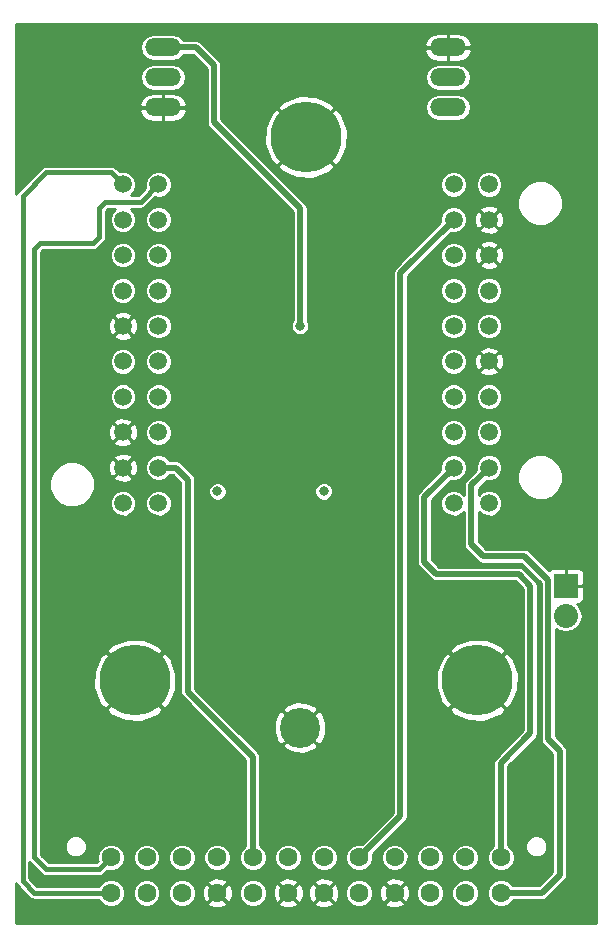
<source format=gbr>
G04 #@! TF.FileFunction,Copper,L2,Inr,Signal*
%FSLAX46Y46*%
G04 Gerber Fmt 4.6, Leading zero omitted, Abs format (unit mm)*
G04 Created by KiCad (PCBNEW 4.0.5+dfsg1-4) date Thu Nov  1 13:58:00 2018*
%MOMM*%
%LPD*%
G01*
G04 APERTURE LIST*
%ADD10C,0.100000*%
%ADD11O,3.014980X1.506220*%
%ADD12C,1.500000*%
%ADD13C,6.000000*%
%ADD14C,3.400000*%
%ADD15R,2.032000X2.032000*%
%ADD16O,2.032000X2.032000*%
%ADD17C,1.600000*%
%ADD18C,0.800000*%
%ADD19C,0.500000*%
%ADD20C,0.400000*%
%ADD21C,0.254000*%
G04 APERTURE END LIST*
D10*
D11*
X72898000Y-42418000D03*
X72898000Y-44958000D03*
X72898000Y-47498000D03*
X97028000Y-47498000D03*
X97028000Y-44958000D03*
X97028000Y-42418000D03*
D12*
X72500000Y-81000000D03*
X69500000Y-81000000D03*
X69500000Y-78000000D03*
X72500000Y-78000000D03*
X72500000Y-75000000D03*
X69500000Y-75000000D03*
X69500000Y-72000000D03*
X72500000Y-72000000D03*
X72500000Y-69000000D03*
X69500000Y-69000000D03*
X69500000Y-66000000D03*
X72500000Y-66000000D03*
X72500000Y-63000000D03*
X69500000Y-63000000D03*
X69500000Y-60000000D03*
X72500000Y-60000000D03*
X72500000Y-57000000D03*
X69500000Y-57000000D03*
X72500000Y-54000000D03*
X69500000Y-54000000D03*
D13*
X70500000Y-96000000D03*
X99500000Y-96000000D03*
X85000000Y-50000000D03*
D14*
X84500000Y-100000000D03*
D15*
X107000000Y-88000000D03*
D16*
X107000000Y-90540000D03*
D17*
X101500000Y-114000000D03*
X98500000Y-114000000D03*
X95500000Y-114000000D03*
X92500000Y-114000000D03*
X89500000Y-114000000D03*
X86500000Y-114000000D03*
X83500000Y-114000000D03*
X80500000Y-114000000D03*
X77500000Y-114000000D03*
X74500000Y-114000000D03*
X71500000Y-114000000D03*
X68500000Y-114000000D03*
X101500000Y-111000000D03*
X98500000Y-111000000D03*
X95500000Y-111000000D03*
X92500000Y-111000000D03*
X89500000Y-111000000D03*
X86500000Y-111000000D03*
X83500000Y-111000000D03*
X80500000Y-111000000D03*
X77500000Y-111000000D03*
X74500000Y-111000000D03*
X71500000Y-111000000D03*
X68500000Y-111000000D03*
D12*
X97500000Y-54000000D03*
X100500000Y-54000000D03*
X100500000Y-57000000D03*
X97500000Y-57000000D03*
X97500000Y-60000000D03*
X100500000Y-60000000D03*
X100500000Y-63000000D03*
X97500000Y-63000000D03*
X97500000Y-66000000D03*
X100500000Y-66000000D03*
X100500000Y-69000000D03*
X97500000Y-69000000D03*
X97500000Y-72000000D03*
X100500000Y-72000000D03*
X100500000Y-75000000D03*
X97500000Y-75000000D03*
X97500000Y-78000000D03*
X100500000Y-78000000D03*
X97500000Y-81000000D03*
X100500000Y-81000000D03*
D18*
X89000000Y-80000000D03*
X80000000Y-80000000D03*
X91000000Y-73000000D03*
X82000000Y-73000000D03*
X106500000Y-98000000D03*
X64000000Y-99000000D03*
X84500000Y-66000000D03*
X86500000Y-80000000D03*
X77500000Y-80000000D03*
D19*
X80500000Y-111000000D02*
X80500000Y-102500000D01*
X74000000Y-78000000D02*
X72500000Y-78000000D01*
X75000000Y-79000000D02*
X74000000Y-78000000D01*
X75000000Y-97000000D02*
X75000000Y-79000000D01*
X80500000Y-102500000D02*
X75000000Y-97000000D01*
D20*
X62000000Y-111000000D02*
X63000000Y-112000000D01*
X71000000Y-55500000D02*
X68000000Y-55500000D01*
X68000000Y-55500000D02*
X67500000Y-56000000D01*
X67500000Y-56000000D02*
X67500000Y-58500000D01*
X67500000Y-58500000D02*
X67000000Y-59000000D01*
X67000000Y-59000000D02*
X62500000Y-59000000D01*
X62500000Y-59000000D02*
X62000000Y-59500000D01*
X62000000Y-59500000D02*
X62000000Y-111000000D01*
X72500000Y-54000000D02*
X71000000Y-55500000D01*
X67500000Y-112000000D02*
X68500000Y-111000000D01*
X63000000Y-112000000D02*
X67500000Y-112000000D01*
D19*
X72898000Y-42418000D02*
X75692000Y-42418000D01*
X84500000Y-56052000D02*
X77216000Y-48768000D01*
X84500000Y-66000000D02*
X84500000Y-56052000D01*
X77216000Y-43942000D02*
X77216000Y-48768000D01*
X75692000Y-42418000D02*
X77216000Y-43942000D01*
X72940000Y-42460000D02*
X72898000Y-42418000D01*
D20*
X68500000Y-114000000D02*
X62000000Y-114000000D01*
X62000000Y-114000000D02*
X61000000Y-113000000D01*
X61000000Y-113000000D02*
X61000000Y-55000000D01*
X61000000Y-55000000D02*
X63000000Y-53000000D01*
X63000000Y-53000000D02*
X68500000Y-53000000D01*
X68500000Y-53000000D02*
X69500000Y-54000000D01*
D19*
X106500000Y-112500000D02*
X105000000Y-114000000D01*
X106500000Y-112500000D02*
X106500000Y-102000000D01*
X106500000Y-102000000D02*
X105500000Y-101000000D01*
X105500000Y-101000000D02*
X105500000Y-87500000D01*
X105500000Y-87500000D02*
X103500000Y-85500000D01*
X103500000Y-85500000D02*
X100000000Y-85500000D01*
X100000000Y-85500000D02*
X99000000Y-84500000D01*
X99000000Y-84500000D02*
X99000000Y-79500000D01*
X100500000Y-78000000D02*
X99000000Y-79500000D01*
X105000000Y-114000000D02*
X101500000Y-114000000D01*
X101500000Y-111000000D02*
X101500000Y-103000000D01*
X95000000Y-80500000D02*
X97500000Y-78000000D01*
X95000000Y-86000000D02*
X95000000Y-80500000D01*
X96000000Y-87000000D02*
X95000000Y-86000000D01*
X103000000Y-87000000D02*
X96000000Y-87000000D01*
X104000000Y-88000000D02*
X103000000Y-87000000D01*
X104000000Y-100500000D02*
X104000000Y-88000000D01*
X101500000Y-103000000D02*
X104000000Y-100500000D01*
X97500000Y-57000000D02*
X93000000Y-61500000D01*
X93000000Y-107500000D02*
X89500000Y-111000000D01*
X93000000Y-61500000D02*
X93000000Y-107500000D01*
D21*
G36*
X109544000Y-116544000D02*
X60456000Y-116544000D01*
X60456000Y-113186011D01*
X60463226Y-113222339D01*
X60589171Y-113410829D01*
X61589171Y-114410829D01*
X61777661Y-114536774D01*
X62000000Y-114581000D01*
X67462220Y-114581000D01*
X67498213Y-114668109D01*
X67830144Y-115000619D01*
X68264054Y-115180794D01*
X68733885Y-115181204D01*
X69168109Y-115001787D01*
X69500619Y-114669856D01*
X69680794Y-114235946D01*
X69680795Y-114233885D01*
X70318796Y-114233885D01*
X70498213Y-114668109D01*
X70830144Y-115000619D01*
X71264054Y-115180794D01*
X71733885Y-115181204D01*
X72168109Y-115001787D01*
X72500619Y-114669856D01*
X72680794Y-114235946D01*
X72680795Y-114233885D01*
X73318796Y-114233885D01*
X73498213Y-114668109D01*
X73830144Y-115000619D01*
X74264054Y-115180794D01*
X74733885Y-115181204D01*
X75168109Y-115001787D01*
X75307993Y-114862146D01*
X76655815Y-114862146D01*
X76726424Y-115086342D01*
X77201034Y-115299683D01*
X77721159Y-115315161D01*
X78207614Y-115130416D01*
X78273576Y-115086342D01*
X78344185Y-114862146D01*
X77500000Y-114017961D01*
X76655815Y-114862146D01*
X75307993Y-114862146D01*
X75500619Y-114669856D01*
X75680794Y-114235946D01*
X75680806Y-114221159D01*
X76184839Y-114221159D01*
X76369584Y-114707614D01*
X76413658Y-114773576D01*
X76637854Y-114844185D01*
X77482039Y-114000000D01*
X77517961Y-114000000D01*
X78362146Y-114844185D01*
X78586342Y-114773576D01*
X78799683Y-114298966D01*
X78801619Y-114233885D01*
X79318796Y-114233885D01*
X79498213Y-114668109D01*
X79830144Y-115000619D01*
X80264054Y-115180794D01*
X80733885Y-115181204D01*
X81168109Y-115001787D01*
X81307993Y-114862146D01*
X82655815Y-114862146D01*
X82726424Y-115086342D01*
X83201034Y-115299683D01*
X83721159Y-115315161D01*
X84207614Y-115130416D01*
X84273576Y-115086342D01*
X84344185Y-114862146D01*
X85655815Y-114862146D01*
X85726424Y-115086342D01*
X86201034Y-115299683D01*
X86721159Y-115315161D01*
X87207614Y-115130416D01*
X87273576Y-115086342D01*
X87344185Y-114862146D01*
X86500000Y-114017961D01*
X85655815Y-114862146D01*
X84344185Y-114862146D01*
X83500000Y-114017961D01*
X82655815Y-114862146D01*
X81307993Y-114862146D01*
X81500619Y-114669856D01*
X81680794Y-114235946D01*
X81680806Y-114221159D01*
X82184839Y-114221159D01*
X82369584Y-114707614D01*
X82413658Y-114773576D01*
X82637854Y-114844185D01*
X83482039Y-114000000D01*
X83517961Y-114000000D01*
X84362146Y-114844185D01*
X84586342Y-114773576D01*
X84799683Y-114298966D01*
X84801998Y-114221159D01*
X85184839Y-114221159D01*
X85369584Y-114707614D01*
X85413658Y-114773576D01*
X85637854Y-114844185D01*
X86482039Y-114000000D01*
X86517961Y-114000000D01*
X87362146Y-114844185D01*
X87586342Y-114773576D01*
X87799683Y-114298966D01*
X87801619Y-114233885D01*
X88318796Y-114233885D01*
X88498213Y-114668109D01*
X88830144Y-115000619D01*
X89264054Y-115180794D01*
X89733885Y-115181204D01*
X90168109Y-115001787D01*
X90307993Y-114862146D01*
X91655815Y-114862146D01*
X91726424Y-115086342D01*
X92201034Y-115299683D01*
X92721159Y-115315161D01*
X93207614Y-115130416D01*
X93273576Y-115086342D01*
X93344185Y-114862146D01*
X92500000Y-114017961D01*
X91655815Y-114862146D01*
X90307993Y-114862146D01*
X90500619Y-114669856D01*
X90680794Y-114235946D01*
X90680806Y-114221159D01*
X91184839Y-114221159D01*
X91369584Y-114707614D01*
X91413658Y-114773576D01*
X91637854Y-114844185D01*
X92482039Y-114000000D01*
X92517961Y-114000000D01*
X93362146Y-114844185D01*
X93586342Y-114773576D01*
X93799683Y-114298966D01*
X93801619Y-114233885D01*
X94318796Y-114233885D01*
X94498213Y-114668109D01*
X94830144Y-115000619D01*
X95264054Y-115180794D01*
X95733885Y-115181204D01*
X96168109Y-115001787D01*
X96500619Y-114669856D01*
X96680794Y-114235946D01*
X96680795Y-114233885D01*
X97318796Y-114233885D01*
X97498213Y-114668109D01*
X97830144Y-115000619D01*
X98264054Y-115180794D01*
X98733885Y-115181204D01*
X99168109Y-115001787D01*
X99500619Y-114669856D01*
X99680794Y-114235946D01*
X99681204Y-113766115D01*
X99501787Y-113331891D01*
X99169856Y-112999381D01*
X98735946Y-112819206D01*
X98266115Y-112818796D01*
X97831891Y-112998213D01*
X97499381Y-113330144D01*
X97319206Y-113764054D01*
X97318796Y-114233885D01*
X96680795Y-114233885D01*
X96681204Y-113766115D01*
X96501787Y-113331891D01*
X96169856Y-112999381D01*
X95735946Y-112819206D01*
X95266115Y-112818796D01*
X94831891Y-112998213D01*
X94499381Y-113330144D01*
X94319206Y-113764054D01*
X94318796Y-114233885D01*
X93801619Y-114233885D01*
X93815161Y-113778841D01*
X93630416Y-113292386D01*
X93586342Y-113226424D01*
X93362146Y-113155815D01*
X92517961Y-114000000D01*
X92482039Y-114000000D01*
X91637854Y-113155815D01*
X91413658Y-113226424D01*
X91200317Y-113701034D01*
X91184839Y-114221159D01*
X90680806Y-114221159D01*
X90681204Y-113766115D01*
X90501787Y-113331891D01*
X90308088Y-113137854D01*
X91655815Y-113137854D01*
X92500000Y-113982039D01*
X93344185Y-113137854D01*
X93273576Y-112913658D01*
X92798966Y-112700317D01*
X92278841Y-112684839D01*
X91792386Y-112869584D01*
X91726424Y-112913658D01*
X91655815Y-113137854D01*
X90308088Y-113137854D01*
X90169856Y-112999381D01*
X89735946Y-112819206D01*
X89266115Y-112818796D01*
X88831891Y-112998213D01*
X88499381Y-113330144D01*
X88319206Y-113764054D01*
X88318796Y-114233885D01*
X87801619Y-114233885D01*
X87815161Y-113778841D01*
X87630416Y-113292386D01*
X87586342Y-113226424D01*
X87362146Y-113155815D01*
X86517961Y-114000000D01*
X86482039Y-114000000D01*
X85637854Y-113155815D01*
X85413658Y-113226424D01*
X85200317Y-113701034D01*
X85184839Y-114221159D01*
X84801998Y-114221159D01*
X84815161Y-113778841D01*
X84630416Y-113292386D01*
X84586342Y-113226424D01*
X84362146Y-113155815D01*
X83517961Y-114000000D01*
X83482039Y-114000000D01*
X82637854Y-113155815D01*
X82413658Y-113226424D01*
X82200317Y-113701034D01*
X82184839Y-114221159D01*
X81680806Y-114221159D01*
X81681204Y-113766115D01*
X81501787Y-113331891D01*
X81308088Y-113137854D01*
X82655815Y-113137854D01*
X83500000Y-113982039D01*
X84344185Y-113137854D01*
X85655815Y-113137854D01*
X86500000Y-113982039D01*
X87344185Y-113137854D01*
X87273576Y-112913658D01*
X86798966Y-112700317D01*
X86278841Y-112684839D01*
X85792386Y-112869584D01*
X85726424Y-112913658D01*
X85655815Y-113137854D01*
X84344185Y-113137854D01*
X84273576Y-112913658D01*
X83798966Y-112700317D01*
X83278841Y-112684839D01*
X82792386Y-112869584D01*
X82726424Y-112913658D01*
X82655815Y-113137854D01*
X81308088Y-113137854D01*
X81169856Y-112999381D01*
X80735946Y-112819206D01*
X80266115Y-112818796D01*
X79831891Y-112998213D01*
X79499381Y-113330144D01*
X79319206Y-113764054D01*
X79318796Y-114233885D01*
X78801619Y-114233885D01*
X78815161Y-113778841D01*
X78630416Y-113292386D01*
X78586342Y-113226424D01*
X78362146Y-113155815D01*
X77517961Y-114000000D01*
X77482039Y-114000000D01*
X76637854Y-113155815D01*
X76413658Y-113226424D01*
X76200317Y-113701034D01*
X76184839Y-114221159D01*
X75680806Y-114221159D01*
X75681204Y-113766115D01*
X75501787Y-113331891D01*
X75308088Y-113137854D01*
X76655815Y-113137854D01*
X77500000Y-113982039D01*
X78344185Y-113137854D01*
X78273576Y-112913658D01*
X77798966Y-112700317D01*
X77278841Y-112684839D01*
X76792386Y-112869584D01*
X76726424Y-112913658D01*
X76655815Y-113137854D01*
X75308088Y-113137854D01*
X75169856Y-112999381D01*
X74735946Y-112819206D01*
X74266115Y-112818796D01*
X73831891Y-112998213D01*
X73499381Y-113330144D01*
X73319206Y-113764054D01*
X73318796Y-114233885D01*
X72680795Y-114233885D01*
X72681204Y-113766115D01*
X72501787Y-113331891D01*
X72169856Y-112999381D01*
X71735946Y-112819206D01*
X71266115Y-112818796D01*
X70831891Y-112998213D01*
X70499381Y-113330144D01*
X70319206Y-113764054D01*
X70318796Y-114233885D01*
X69680795Y-114233885D01*
X69681204Y-113766115D01*
X69501787Y-113331891D01*
X69169856Y-112999381D01*
X68735946Y-112819206D01*
X68266115Y-112818796D01*
X67831891Y-112998213D01*
X67499381Y-113330144D01*
X67462485Y-113419000D01*
X62240658Y-113419000D01*
X61581000Y-112759342D01*
X61581000Y-111398600D01*
X61589171Y-111410829D01*
X62589171Y-112410829D01*
X62777661Y-112536774D01*
X63000000Y-112581000D01*
X67500000Y-112581000D01*
X67722339Y-112536774D01*
X67910829Y-112410829D01*
X68177008Y-112144650D01*
X68264054Y-112180794D01*
X68733885Y-112181204D01*
X69168109Y-112001787D01*
X69500619Y-111669856D01*
X69680794Y-111235946D01*
X69680795Y-111233885D01*
X70318796Y-111233885D01*
X70498213Y-111668109D01*
X70830144Y-112000619D01*
X71264054Y-112180794D01*
X71733885Y-112181204D01*
X72168109Y-112001787D01*
X72500619Y-111669856D01*
X72680794Y-111235946D01*
X72680795Y-111233885D01*
X73318796Y-111233885D01*
X73498213Y-111668109D01*
X73830144Y-112000619D01*
X74264054Y-112180794D01*
X74733885Y-112181204D01*
X75168109Y-112001787D01*
X75500619Y-111669856D01*
X75680794Y-111235946D01*
X75680795Y-111233885D01*
X76318796Y-111233885D01*
X76498213Y-111668109D01*
X76830144Y-112000619D01*
X77264054Y-112180794D01*
X77733885Y-112181204D01*
X78168109Y-112001787D01*
X78500619Y-111669856D01*
X78680794Y-111235946D01*
X78681204Y-110766115D01*
X78501787Y-110331891D01*
X78169856Y-109999381D01*
X77735946Y-109819206D01*
X77266115Y-109818796D01*
X76831891Y-109998213D01*
X76499381Y-110330144D01*
X76319206Y-110764054D01*
X76318796Y-111233885D01*
X75680795Y-111233885D01*
X75681204Y-110766115D01*
X75501787Y-110331891D01*
X75169856Y-109999381D01*
X74735946Y-109819206D01*
X74266115Y-109818796D01*
X73831891Y-109998213D01*
X73499381Y-110330144D01*
X73319206Y-110764054D01*
X73318796Y-111233885D01*
X72680795Y-111233885D01*
X72681204Y-110766115D01*
X72501787Y-110331891D01*
X72169856Y-109999381D01*
X71735946Y-109819206D01*
X71266115Y-109818796D01*
X70831891Y-109998213D01*
X70499381Y-110330144D01*
X70319206Y-110764054D01*
X70318796Y-111233885D01*
X69680795Y-111233885D01*
X69681204Y-110766115D01*
X69501787Y-110331891D01*
X69169856Y-109999381D01*
X68735946Y-109819206D01*
X68266115Y-109818796D01*
X67831891Y-109998213D01*
X67499381Y-110330144D01*
X67319206Y-110764054D01*
X67318796Y-111233885D01*
X67355537Y-111322805D01*
X67259342Y-111419000D01*
X63240658Y-111419000D01*
X62581000Y-110759342D01*
X62581000Y-110244375D01*
X64568839Y-110244375D01*
X64710277Y-110586680D01*
X64971943Y-110848803D01*
X65314000Y-110990838D01*
X65684375Y-110991161D01*
X66026680Y-110849723D01*
X66288803Y-110588057D01*
X66430838Y-110246000D01*
X66431161Y-109875625D01*
X66289723Y-109533320D01*
X66028057Y-109271197D01*
X65686000Y-109129162D01*
X65315625Y-109128839D01*
X64973320Y-109270277D01*
X64711197Y-109531943D01*
X64569162Y-109874000D01*
X64568839Y-110244375D01*
X62581000Y-110244375D01*
X62581000Y-98448289D01*
X68069672Y-98448289D01*
X68407941Y-98901078D01*
X69677384Y-99480843D01*
X71072063Y-99530681D01*
X72379650Y-99043005D01*
X72592059Y-98901078D01*
X72930328Y-98448289D01*
X70500000Y-96017961D01*
X68069672Y-98448289D01*
X62581000Y-98448289D01*
X62581000Y-96572063D01*
X66969319Y-96572063D01*
X67456995Y-97879650D01*
X67598922Y-98092059D01*
X68051711Y-98430328D01*
X70482039Y-96000000D01*
X70517961Y-96000000D01*
X72948289Y-98430328D01*
X73401078Y-98092059D01*
X73980843Y-96822616D01*
X74030681Y-95427937D01*
X73543005Y-94120350D01*
X73401078Y-93907941D01*
X72948289Y-93569672D01*
X70517961Y-96000000D01*
X70482039Y-96000000D01*
X68051711Y-93569672D01*
X67598922Y-93907941D01*
X67019157Y-95177384D01*
X66969319Y-96572063D01*
X62581000Y-96572063D01*
X62581000Y-93551711D01*
X68069672Y-93551711D01*
X70500000Y-95982039D01*
X72930328Y-93551711D01*
X72592059Y-93098922D01*
X71322616Y-92519157D01*
X69927937Y-92469319D01*
X68620350Y-92956995D01*
X68407941Y-93098922D01*
X68069672Y-93551711D01*
X62581000Y-93551711D01*
X62581000Y-79782415D01*
X63248665Y-79782415D01*
X63542023Y-80492395D01*
X64084748Y-81036068D01*
X64794215Y-81330665D01*
X65562415Y-81331335D01*
X65822226Y-81223983D01*
X68368804Y-81223983D01*
X68540625Y-81639823D01*
X68858503Y-81958256D01*
X69274043Y-82130804D01*
X69723983Y-82131196D01*
X70139823Y-81959375D01*
X70458256Y-81641497D01*
X70630804Y-81225957D01*
X70630805Y-81223983D01*
X71368804Y-81223983D01*
X71540625Y-81639823D01*
X71858503Y-81958256D01*
X72274043Y-82130804D01*
X72723983Y-82131196D01*
X73139823Y-81959375D01*
X73458256Y-81641497D01*
X73630804Y-81225957D01*
X73631196Y-80776017D01*
X73459375Y-80360177D01*
X73141497Y-80041744D01*
X72725957Y-79869196D01*
X72276017Y-79868804D01*
X71860177Y-80040625D01*
X71541744Y-80358503D01*
X71369196Y-80774043D01*
X71368804Y-81223983D01*
X70630805Y-81223983D01*
X70631196Y-80776017D01*
X70459375Y-80360177D01*
X70141497Y-80041744D01*
X69725957Y-79869196D01*
X69276017Y-79868804D01*
X68860177Y-80040625D01*
X68541744Y-80358503D01*
X68369196Y-80774043D01*
X68368804Y-81223983D01*
X65822226Y-81223983D01*
X66272395Y-81037977D01*
X66816068Y-80495252D01*
X67110665Y-79785785D01*
X67111335Y-79017585D01*
X67032214Y-78826096D01*
X68691865Y-78826096D01*
X68756391Y-79045097D01*
X69212937Y-79250110D01*
X69713184Y-79264806D01*
X70180977Y-79086947D01*
X70243609Y-79045097D01*
X70308135Y-78826096D01*
X69500000Y-78017961D01*
X68691865Y-78826096D01*
X67032214Y-78826096D01*
X66817977Y-78307605D01*
X66723721Y-78213184D01*
X68235194Y-78213184D01*
X68413053Y-78680977D01*
X68454903Y-78743609D01*
X68673904Y-78808135D01*
X69482039Y-78000000D01*
X69517961Y-78000000D01*
X70326096Y-78808135D01*
X70545097Y-78743609D01*
X70750110Y-78287063D01*
X70751963Y-78223983D01*
X71368804Y-78223983D01*
X71540625Y-78639823D01*
X71858503Y-78958256D01*
X72274043Y-79130804D01*
X72723983Y-79131196D01*
X73139823Y-78959375D01*
X73458256Y-78641497D01*
X73462615Y-78631000D01*
X73738632Y-78631000D01*
X74369000Y-79261369D01*
X74369000Y-97000000D01*
X74417032Y-97241473D01*
X74553816Y-97446184D01*
X79869000Y-102761369D01*
X79869000Y-109982880D01*
X79831891Y-109998213D01*
X79499381Y-110330144D01*
X79319206Y-110764054D01*
X79318796Y-111233885D01*
X79498213Y-111668109D01*
X79830144Y-112000619D01*
X80264054Y-112180794D01*
X80733885Y-112181204D01*
X81168109Y-112001787D01*
X81500619Y-111669856D01*
X81680794Y-111235946D01*
X81680795Y-111233885D01*
X82318796Y-111233885D01*
X82498213Y-111668109D01*
X82830144Y-112000619D01*
X83264054Y-112180794D01*
X83733885Y-112181204D01*
X84168109Y-112001787D01*
X84500619Y-111669856D01*
X84680794Y-111235946D01*
X84680795Y-111233885D01*
X85318796Y-111233885D01*
X85498213Y-111668109D01*
X85830144Y-112000619D01*
X86264054Y-112180794D01*
X86733885Y-112181204D01*
X87168109Y-112001787D01*
X87500619Y-111669856D01*
X87680794Y-111235946D01*
X87680795Y-111233885D01*
X88318796Y-111233885D01*
X88498213Y-111668109D01*
X88830144Y-112000619D01*
X89264054Y-112180794D01*
X89733885Y-112181204D01*
X90168109Y-112001787D01*
X90500619Y-111669856D01*
X90680794Y-111235946D01*
X90680795Y-111233885D01*
X91318796Y-111233885D01*
X91498213Y-111668109D01*
X91830144Y-112000619D01*
X92264054Y-112180794D01*
X92733885Y-112181204D01*
X93168109Y-112001787D01*
X93500619Y-111669856D01*
X93680794Y-111235946D01*
X93680795Y-111233885D01*
X94318796Y-111233885D01*
X94498213Y-111668109D01*
X94830144Y-112000619D01*
X95264054Y-112180794D01*
X95733885Y-112181204D01*
X96168109Y-112001787D01*
X96500619Y-111669856D01*
X96680794Y-111235946D01*
X96680795Y-111233885D01*
X97318796Y-111233885D01*
X97498213Y-111668109D01*
X97830144Y-112000619D01*
X98264054Y-112180794D01*
X98733885Y-112181204D01*
X99168109Y-112001787D01*
X99500619Y-111669856D01*
X99680794Y-111235946D01*
X99681204Y-110766115D01*
X99501787Y-110331891D01*
X99169856Y-109999381D01*
X98735946Y-109819206D01*
X98266115Y-109818796D01*
X97831891Y-109998213D01*
X97499381Y-110330144D01*
X97319206Y-110764054D01*
X97318796Y-111233885D01*
X96680795Y-111233885D01*
X96681204Y-110766115D01*
X96501787Y-110331891D01*
X96169856Y-109999381D01*
X95735946Y-109819206D01*
X95266115Y-109818796D01*
X94831891Y-109998213D01*
X94499381Y-110330144D01*
X94319206Y-110764054D01*
X94318796Y-111233885D01*
X93680795Y-111233885D01*
X93681204Y-110766115D01*
X93501787Y-110331891D01*
X93169856Y-109999381D01*
X92735946Y-109819206D01*
X92266115Y-109818796D01*
X91831891Y-109998213D01*
X91499381Y-110330144D01*
X91319206Y-110764054D01*
X91318796Y-111233885D01*
X90680795Y-111233885D01*
X90681204Y-110766115D01*
X90665137Y-110727231D01*
X93446184Y-107946185D01*
X93582967Y-107741474D01*
X93582968Y-107741473D01*
X93631000Y-107500000D01*
X93631000Y-98448289D01*
X97069672Y-98448289D01*
X97407941Y-98901078D01*
X98677384Y-99480843D01*
X100072063Y-99530681D01*
X101379650Y-99043005D01*
X101592059Y-98901078D01*
X101930328Y-98448289D01*
X99500000Y-96017961D01*
X97069672Y-98448289D01*
X93631000Y-98448289D01*
X93631000Y-96572063D01*
X95969319Y-96572063D01*
X96456995Y-97879650D01*
X96598922Y-98092059D01*
X97051711Y-98430328D01*
X99482039Y-96000000D01*
X99517961Y-96000000D01*
X101948289Y-98430328D01*
X102401078Y-98092059D01*
X102980843Y-96822616D01*
X103030681Y-95427937D01*
X102543005Y-94120350D01*
X102401078Y-93907941D01*
X101948289Y-93569672D01*
X99517961Y-96000000D01*
X99482039Y-96000000D01*
X97051711Y-93569672D01*
X96598922Y-93907941D01*
X96019157Y-95177384D01*
X95969319Y-96572063D01*
X93631000Y-96572063D01*
X93631000Y-93551711D01*
X97069672Y-93551711D01*
X99500000Y-95982039D01*
X101930328Y-93551711D01*
X101592059Y-93098922D01*
X100322616Y-92519157D01*
X98927937Y-92469319D01*
X97620350Y-92956995D01*
X97407941Y-93098922D01*
X97069672Y-93551711D01*
X93631000Y-93551711D01*
X93631000Y-80500000D01*
X94369000Y-80500000D01*
X94369000Y-86000000D01*
X94395058Y-86131000D01*
X94417032Y-86241473D01*
X94553816Y-86446184D01*
X95553816Y-87446185D01*
X95758527Y-87582968D01*
X96000000Y-87631000D01*
X102738632Y-87631000D01*
X103369000Y-88261369D01*
X103369000Y-100238632D01*
X101053816Y-102553816D01*
X100917032Y-102758527D01*
X100869000Y-103000000D01*
X100869000Y-109982880D01*
X100831891Y-109998213D01*
X100499381Y-110330144D01*
X100319206Y-110764054D01*
X100318796Y-111233885D01*
X100498213Y-111668109D01*
X100830144Y-112000619D01*
X101264054Y-112180794D01*
X101733885Y-112181204D01*
X102168109Y-112001787D01*
X102500619Y-111669856D01*
X102680794Y-111235946D01*
X102681204Y-110766115D01*
X102501787Y-110331891D01*
X102414424Y-110244375D01*
X103568839Y-110244375D01*
X103710277Y-110586680D01*
X103971943Y-110848803D01*
X104314000Y-110990838D01*
X104684375Y-110991161D01*
X105026680Y-110849723D01*
X105288803Y-110588057D01*
X105430838Y-110246000D01*
X105431161Y-109875625D01*
X105289723Y-109533320D01*
X105028057Y-109271197D01*
X104686000Y-109129162D01*
X104315625Y-109128839D01*
X103973320Y-109270277D01*
X103711197Y-109531943D01*
X103569162Y-109874000D01*
X103568839Y-110244375D01*
X102414424Y-110244375D01*
X102169856Y-109999381D01*
X102131000Y-109983247D01*
X102131000Y-103261368D01*
X104446184Y-100946184D01*
X104582968Y-100741473D01*
X104631000Y-100500000D01*
X104631000Y-88000000D01*
X104582968Y-87758527D01*
X104571573Y-87741473D01*
X104446185Y-87553816D01*
X103446184Y-86553816D01*
X103241473Y-86417032D01*
X103000000Y-86369000D01*
X96261369Y-86369000D01*
X95631000Y-85738632D01*
X95631000Y-81223983D01*
X96368804Y-81223983D01*
X96540625Y-81639823D01*
X96858503Y-81958256D01*
X97274043Y-82130804D01*
X97723983Y-82131196D01*
X98139823Y-81959375D01*
X98369000Y-81730597D01*
X98369000Y-84500000D01*
X98417032Y-84741473D01*
X98553816Y-84946184D01*
X99553816Y-85946185D01*
X99758527Y-86082968D01*
X100000000Y-86131000D01*
X103238632Y-86131000D01*
X104869000Y-87761368D01*
X104869000Y-101000000D01*
X104895058Y-101131000D01*
X104917032Y-101241473D01*
X105053816Y-101446184D01*
X105869000Y-102261369D01*
X105869000Y-112238631D01*
X104738632Y-113369000D01*
X102517120Y-113369000D01*
X102501787Y-113331891D01*
X102169856Y-112999381D01*
X101735946Y-112819206D01*
X101266115Y-112818796D01*
X100831891Y-112998213D01*
X100499381Y-113330144D01*
X100319206Y-113764054D01*
X100318796Y-114233885D01*
X100498213Y-114668109D01*
X100830144Y-115000619D01*
X101264054Y-115180794D01*
X101733885Y-115181204D01*
X102168109Y-115001787D01*
X102500619Y-114669856D01*
X102516753Y-114631000D01*
X105000000Y-114631000D01*
X105241473Y-114582968D01*
X105446184Y-114446184D01*
X106946184Y-112946185D01*
X107082968Y-112741474D01*
X107094233Y-112684839D01*
X107131000Y-112500000D01*
X107131000Y-102000000D01*
X107082968Y-101758527D01*
X106946185Y-101553816D01*
X106131000Y-100738632D01*
X106131000Y-91625514D01*
X106438022Y-91830660D01*
X106972631Y-91937000D01*
X107027369Y-91937000D01*
X107561978Y-91830660D01*
X108015197Y-91527828D01*
X108318029Y-91074609D01*
X108424369Y-90540000D01*
X108318029Y-90005391D01*
X108015197Y-89552172D01*
X107973035Y-89524000D01*
X108117047Y-89524000D01*
X108303758Y-89446662D01*
X108446661Y-89303759D01*
X108524000Y-89117048D01*
X108524000Y-88139700D01*
X108397000Y-88012700D01*
X107012700Y-88012700D01*
X107012700Y-88032700D01*
X106987300Y-88032700D01*
X106987300Y-88012700D01*
X106967300Y-88012700D01*
X106967300Y-87987300D01*
X106987300Y-87987300D01*
X106987300Y-86603000D01*
X107012700Y-86603000D01*
X107012700Y-87987300D01*
X108397000Y-87987300D01*
X108524000Y-87860300D01*
X108524000Y-86882952D01*
X108446661Y-86696241D01*
X108303758Y-86553338D01*
X108117047Y-86476000D01*
X107139700Y-86476000D01*
X107012700Y-86603000D01*
X106987300Y-86603000D01*
X106860300Y-86476000D01*
X105882953Y-86476000D01*
X105696242Y-86553338D01*
X105570974Y-86678606D01*
X103946184Y-85053816D01*
X103741473Y-84917032D01*
X103500000Y-84869000D01*
X100261369Y-84869000D01*
X99631000Y-84238632D01*
X99631000Y-81730356D01*
X99858503Y-81958256D01*
X100274043Y-82130804D01*
X100723983Y-82131196D01*
X101139823Y-81959375D01*
X101458256Y-81641497D01*
X101630804Y-81225957D01*
X101631196Y-80776017D01*
X101459375Y-80360177D01*
X101141497Y-80041744D01*
X100725957Y-79869196D01*
X100276017Y-79868804D01*
X99860177Y-80040625D01*
X99631000Y-80269403D01*
X99631000Y-79761368D01*
X100209953Y-79182415D01*
X102888665Y-79182415D01*
X103182023Y-79892395D01*
X103724748Y-80436068D01*
X104434215Y-80730665D01*
X105202415Y-80731335D01*
X105912395Y-80437977D01*
X106456068Y-79895252D01*
X106750665Y-79185785D01*
X106751335Y-78417585D01*
X106457977Y-77707605D01*
X105915252Y-77163932D01*
X105205785Y-76869335D01*
X104437585Y-76868665D01*
X103727605Y-77162023D01*
X103183932Y-77704748D01*
X102889335Y-78414215D01*
X102888665Y-79182415D01*
X100209953Y-79182415D01*
X100265226Y-79127143D01*
X100274043Y-79130804D01*
X100723983Y-79131196D01*
X101139823Y-78959375D01*
X101458256Y-78641497D01*
X101630804Y-78225957D01*
X101631196Y-77776017D01*
X101459375Y-77360177D01*
X101141497Y-77041744D01*
X100725957Y-76869196D01*
X100276017Y-76868804D01*
X99860177Y-77040625D01*
X99541744Y-77358503D01*
X99369196Y-77774043D01*
X99368804Y-78223983D01*
X99373144Y-78234487D01*
X98553816Y-79053816D01*
X98417032Y-79258527D01*
X98369000Y-79500000D01*
X98369000Y-80269644D01*
X98141497Y-80041744D01*
X97725957Y-79869196D01*
X97276017Y-79868804D01*
X96860177Y-80040625D01*
X96541744Y-80358503D01*
X96369196Y-80774043D01*
X96368804Y-81223983D01*
X95631000Y-81223983D01*
X95631000Y-80761368D01*
X97265225Y-79127143D01*
X97274043Y-79130804D01*
X97723983Y-79131196D01*
X98139823Y-78959375D01*
X98458256Y-78641497D01*
X98630804Y-78225957D01*
X98631196Y-77776017D01*
X98459375Y-77360177D01*
X98141497Y-77041744D01*
X97725957Y-76869196D01*
X97276017Y-76868804D01*
X96860177Y-77040625D01*
X96541744Y-77358503D01*
X96369196Y-77774043D01*
X96368804Y-78223983D01*
X96373144Y-78234488D01*
X94553816Y-80053816D01*
X94417032Y-80258527D01*
X94369000Y-80500000D01*
X93631000Y-80500000D01*
X93631000Y-75223983D01*
X96368804Y-75223983D01*
X96540625Y-75639823D01*
X96858503Y-75958256D01*
X97274043Y-76130804D01*
X97723983Y-76131196D01*
X98139823Y-75959375D01*
X98458256Y-75641497D01*
X98630804Y-75225957D01*
X98630805Y-75223983D01*
X99368804Y-75223983D01*
X99540625Y-75639823D01*
X99858503Y-75958256D01*
X100274043Y-76130804D01*
X100723983Y-76131196D01*
X101139823Y-75959375D01*
X101458256Y-75641497D01*
X101630804Y-75225957D01*
X101631196Y-74776017D01*
X101459375Y-74360177D01*
X101141497Y-74041744D01*
X100725957Y-73869196D01*
X100276017Y-73868804D01*
X99860177Y-74040625D01*
X99541744Y-74358503D01*
X99369196Y-74774043D01*
X99368804Y-75223983D01*
X98630805Y-75223983D01*
X98631196Y-74776017D01*
X98459375Y-74360177D01*
X98141497Y-74041744D01*
X97725957Y-73869196D01*
X97276017Y-73868804D01*
X96860177Y-74040625D01*
X96541744Y-74358503D01*
X96369196Y-74774043D01*
X96368804Y-75223983D01*
X93631000Y-75223983D01*
X93631000Y-72223983D01*
X96368804Y-72223983D01*
X96540625Y-72639823D01*
X96858503Y-72958256D01*
X97274043Y-73130804D01*
X97723983Y-73131196D01*
X98139823Y-72959375D01*
X98458256Y-72641497D01*
X98630804Y-72225957D01*
X98630805Y-72223983D01*
X99368804Y-72223983D01*
X99540625Y-72639823D01*
X99858503Y-72958256D01*
X100274043Y-73130804D01*
X100723983Y-73131196D01*
X101139823Y-72959375D01*
X101458256Y-72641497D01*
X101630804Y-72225957D01*
X101631196Y-71776017D01*
X101459375Y-71360177D01*
X101141497Y-71041744D01*
X100725957Y-70869196D01*
X100276017Y-70868804D01*
X99860177Y-71040625D01*
X99541744Y-71358503D01*
X99369196Y-71774043D01*
X99368804Y-72223983D01*
X98630805Y-72223983D01*
X98631196Y-71776017D01*
X98459375Y-71360177D01*
X98141497Y-71041744D01*
X97725957Y-70869196D01*
X97276017Y-70868804D01*
X96860177Y-71040625D01*
X96541744Y-71358503D01*
X96369196Y-71774043D01*
X96368804Y-72223983D01*
X93631000Y-72223983D01*
X93631000Y-69223983D01*
X96368804Y-69223983D01*
X96540625Y-69639823D01*
X96858503Y-69958256D01*
X97274043Y-70130804D01*
X97723983Y-70131196D01*
X98139823Y-69959375D01*
X98273334Y-69826096D01*
X99691865Y-69826096D01*
X99756391Y-70045097D01*
X100212937Y-70250110D01*
X100713184Y-70264806D01*
X101180977Y-70086947D01*
X101243609Y-70045097D01*
X101308135Y-69826096D01*
X100500000Y-69017961D01*
X99691865Y-69826096D01*
X98273334Y-69826096D01*
X98458256Y-69641497D01*
X98630804Y-69225957D01*
X98630815Y-69213184D01*
X99235194Y-69213184D01*
X99413053Y-69680977D01*
X99454903Y-69743609D01*
X99673904Y-69808135D01*
X100482039Y-69000000D01*
X100517961Y-69000000D01*
X101326096Y-69808135D01*
X101545097Y-69743609D01*
X101750110Y-69287063D01*
X101764806Y-68786816D01*
X101586947Y-68319023D01*
X101545097Y-68256391D01*
X101326096Y-68191865D01*
X100517961Y-69000000D01*
X100482039Y-69000000D01*
X99673904Y-68191865D01*
X99454903Y-68256391D01*
X99249890Y-68712937D01*
X99235194Y-69213184D01*
X98630815Y-69213184D01*
X98631196Y-68776017D01*
X98459375Y-68360177D01*
X98273427Y-68173904D01*
X99691865Y-68173904D01*
X100500000Y-68982039D01*
X101308135Y-68173904D01*
X101243609Y-67954903D01*
X100787063Y-67749890D01*
X100286816Y-67735194D01*
X99819023Y-67913053D01*
X99756391Y-67954903D01*
X99691865Y-68173904D01*
X98273427Y-68173904D01*
X98141497Y-68041744D01*
X97725957Y-67869196D01*
X97276017Y-67868804D01*
X96860177Y-68040625D01*
X96541744Y-68358503D01*
X96369196Y-68774043D01*
X96368804Y-69223983D01*
X93631000Y-69223983D01*
X93631000Y-66223983D01*
X96368804Y-66223983D01*
X96540625Y-66639823D01*
X96858503Y-66958256D01*
X97274043Y-67130804D01*
X97723983Y-67131196D01*
X98139823Y-66959375D01*
X98458256Y-66641497D01*
X98630804Y-66225957D01*
X98630805Y-66223983D01*
X99368804Y-66223983D01*
X99540625Y-66639823D01*
X99858503Y-66958256D01*
X100274043Y-67130804D01*
X100723983Y-67131196D01*
X101139823Y-66959375D01*
X101458256Y-66641497D01*
X101630804Y-66225957D01*
X101631196Y-65776017D01*
X101459375Y-65360177D01*
X101141497Y-65041744D01*
X100725957Y-64869196D01*
X100276017Y-64868804D01*
X99860177Y-65040625D01*
X99541744Y-65358503D01*
X99369196Y-65774043D01*
X99368804Y-66223983D01*
X98630805Y-66223983D01*
X98631196Y-65776017D01*
X98459375Y-65360177D01*
X98141497Y-65041744D01*
X97725957Y-64869196D01*
X97276017Y-64868804D01*
X96860177Y-65040625D01*
X96541744Y-65358503D01*
X96369196Y-65774043D01*
X96368804Y-66223983D01*
X93631000Y-66223983D01*
X93631000Y-63223983D01*
X96368804Y-63223983D01*
X96540625Y-63639823D01*
X96858503Y-63958256D01*
X97274043Y-64130804D01*
X97723983Y-64131196D01*
X98139823Y-63959375D01*
X98458256Y-63641497D01*
X98630804Y-63225957D01*
X98630805Y-63223983D01*
X99368804Y-63223983D01*
X99540625Y-63639823D01*
X99858503Y-63958256D01*
X100274043Y-64130804D01*
X100723983Y-64131196D01*
X101139823Y-63959375D01*
X101458256Y-63641497D01*
X101630804Y-63225957D01*
X101631196Y-62776017D01*
X101459375Y-62360177D01*
X101141497Y-62041744D01*
X100725957Y-61869196D01*
X100276017Y-61868804D01*
X99860177Y-62040625D01*
X99541744Y-62358503D01*
X99369196Y-62774043D01*
X99368804Y-63223983D01*
X98630805Y-63223983D01*
X98631196Y-62776017D01*
X98459375Y-62360177D01*
X98141497Y-62041744D01*
X97725957Y-61869196D01*
X97276017Y-61868804D01*
X96860177Y-62040625D01*
X96541744Y-62358503D01*
X96369196Y-62774043D01*
X96368804Y-63223983D01*
X93631000Y-63223983D01*
X93631000Y-61761368D01*
X95168385Y-60223983D01*
X96368804Y-60223983D01*
X96540625Y-60639823D01*
X96858503Y-60958256D01*
X97274043Y-61130804D01*
X97723983Y-61131196D01*
X98139823Y-60959375D01*
X98273334Y-60826096D01*
X99691865Y-60826096D01*
X99756391Y-61045097D01*
X100212937Y-61250110D01*
X100713184Y-61264806D01*
X101180977Y-61086947D01*
X101243609Y-61045097D01*
X101308135Y-60826096D01*
X100500000Y-60017961D01*
X99691865Y-60826096D01*
X98273334Y-60826096D01*
X98458256Y-60641497D01*
X98630804Y-60225957D01*
X98630815Y-60213184D01*
X99235194Y-60213184D01*
X99413053Y-60680977D01*
X99454903Y-60743609D01*
X99673904Y-60808135D01*
X100482039Y-60000000D01*
X100517961Y-60000000D01*
X101326096Y-60808135D01*
X101545097Y-60743609D01*
X101750110Y-60287063D01*
X101764806Y-59786816D01*
X101586947Y-59319023D01*
X101545097Y-59256391D01*
X101326096Y-59191865D01*
X100517961Y-60000000D01*
X100482039Y-60000000D01*
X99673904Y-59191865D01*
X99454903Y-59256391D01*
X99249890Y-59712937D01*
X99235194Y-60213184D01*
X98630815Y-60213184D01*
X98631196Y-59776017D01*
X98459375Y-59360177D01*
X98273427Y-59173904D01*
X99691865Y-59173904D01*
X100500000Y-59982039D01*
X101308135Y-59173904D01*
X101243609Y-58954903D01*
X100787063Y-58749890D01*
X100286816Y-58735194D01*
X99819023Y-58913053D01*
X99756391Y-58954903D01*
X99691865Y-59173904D01*
X98273427Y-59173904D01*
X98141497Y-59041744D01*
X97725957Y-58869196D01*
X97276017Y-58868804D01*
X96860177Y-59040625D01*
X96541744Y-59358503D01*
X96369196Y-59774043D01*
X96368804Y-60223983D01*
X95168385Y-60223983D01*
X97265225Y-58127143D01*
X97274043Y-58130804D01*
X97723983Y-58131196D01*
X98139823Y-57959375D01*
X98273334Y-57826096D01*
X99691865Y-57826096D01*
X99756391Y-58045097D01*
X100212937Y-58250110D01*
X100713184Y-58264806D01*
X101180977Y-58086947D01*
X101243609Y-58045097D01*
X101308135Y-57826096D01*
X100500000Y-57017961D01*
X99691865Y-57826096D01*
X98273334Y-57826096D01*
X98458256Y-57641497D01*
X98630804Y-57225957D01*
X98630815Y-57213184D01*
X99235194Y-57213184D01*
X99413053Y-57680977D01*
X99454903Y-57743609D01*
X99673904Y-57808135D01*
X100482039Y-57000000D01*
X100517961Y-57000000D01*
X101326096Y-57808135D01*
X101545097Y-57743609D01*
X101750110Y-57287063D01*
X101764806Y-56786816D01*
X101586947Y-56319023D01*
X101545097Y-56256391D01*
X101326096Y-56191865D01*
X100517961Y-57000000D01*
X100482039Y-57000000D01*
X99673904Y-56191865D01*
X99454903Y-56256391D01*
X99249890Y-56712937D01*
X99235194Y-57213184D01*
X98630815Y-57213184D01*
X98631196Y-56776017D01*
X98459375Y-56360177D01*
X98273427Y-56173904D01*
X99691865Y-56173904D01*
X100500000Y-56982039D01*
X101308135Y-56173904D01*
X101251716Y-55982415D01*
X102888665Y-55982415D01*
X103182023Y-56692395D01*
X103724748Y-57236068D01*
X104434215Y-57530665D01*
X105202415Y-57531335D01*
X105912395Y-57237977D01*
X106456068Y-56695252D01*
X106750665Y-55985785D01*
X106751335Y-55217585D01*
X106457977Y-54507605D01*
X105915252Y-53963932D01*
X105205785Y-53669335D01*
X104437585Y-53668665D01*
X103727605Y-53962023D01*
X103183932Y-54504748D01*
X102889335Y-55214215D01*
X102888665Y-55982415D01*
X101251716Y-55982415D01*
X101243609Y-55954903D01*
X100787063Y-55749890D01*
X100286816Y-55735194D01*
X99819023Y-55913053D01*
X99756391Y-55954903D01*
X99691865Y-56173904D01*
X98273427Y-56173904D01*
X98141497Y-56041744D01*
X97725957Y-55869196D01*
X97276017Y-55868804D01*
X96860177Y-56040625D01*
X96541744Y-56358503D01*
X96369196Y-56774043D01*
X96368804Y-57223983D01*
X96373144Y-57234488D01*
X92553816Y-61053816D01*
X92417032Y-61258527D01*
X92369000Y-61500000D01*
X92369000Y-107238631D01*
X89773028Y-109834604D01*
X89735946Y-109819206D01*
X89266115Y-109818796D01*
X88831891Y-109998213D01*
X88499381Y-110330144D01*
X88319206Y-110764054D01*
X88318796Y-111233885D01*
X87680795Y-111233885D01*
X87681204Y-110766115D01*
X87501787Y-110331891D01*
X87169856Y-109999381D01*
X86735946Y-109819206D01*
X86266115Y-109818796D01*
X85831891Y-109998213D01*
X85499381Y-110330144D01*
X85319206Y-110764054D01*
X85318796Y-111233885D01*
X84680795Y-111233885D01*
X84681204Y-110766115D01*
X84501787Y-110331891D01*
X84169856Y-109999381D01*
X83735946Y-109819206D01*
X83266115Y-109818796D01*
X82831891Y-109998213D01*
X82499381Y-110330144D01*
X82319206Y-110764054D01*
X82318796Y-111233885D01*
X81680795Y-111233885D01*
X81681204Y-110766115D01*
X81501787Y-110331891D01*
X81169856Y-109999381D01*
X81131000Y-109983247D01*
X81131000Y-102500000D01*
X81082968Y-102258527D01*
X81058239Y-102221518D01*
X80946185Y-102053816D01*
X80403399Y-101511030D01*
X83006931Y-101511030D01*
X83187040Y-101828741D01*
X83986812Y-102191984D01*
X84864712Y-102221518D01*
X85687088Y-101912845D01*
X85812960Y-101828741D01*
X85993069Y-101511030D01*
X84500000Y-100017961D01*
X83006931Y-101511030D01*
X80403399Y-101511030D01*
X79257081Y-100364712D01*
X82278482Y-100364712D01*
X82587155Y-101187088D01*
X82671259Y-101312960D01*
X82988970Y-101493069D01*
X84482039Y-100000000D01*
X84517961Y-100000000D01*
X86011030Y-101493069D01*
X86328741Y-101312960D01*
X86691984Y-100513188D01*
X86721518Y-99635288D01*
X86412845Y-98812912D01*
X86328741Y-98687040D01*
X86011030Y-98506931D01*
X84517961Y-100000000D01*
X84482039Y-100000000D01*
X82988970Y-98506931D01*
X82671259Y-98687040D01*
X82308016Y-99486812D01*
X82278482Y-100364712D01*
X79257081Y-100364712D01*
X77381339Y-98488970D01*
X83006931Y-98488970D01*
X84500000Y-99982039D01*
X85993069Y-98488970D01*
X85812960Y-98171259D01*
X85013188Y-97808016D01*
X84135288Y-97778482D01*
X83312912Y-98087155D01*
X83187040Y-98171259D01*
X83006931Y-98488970D01*
X77381339Y-98488970D01*
X75631000Y-96738632D01*
X75631000Y-80154669D01*
X76718864Y-80154669D01*
X76837514Y-80441823D01*
X77057021Y-80661714D01*
X77343968Y-80780864D01*
X77654669Y-80781136D01*
X77941823Y-80662486D01*
X78161714Y-80442979D01*
X78280864Y-80156032D01*
X78280865Y-80154669D01*
X85718864Y-80154669D01*
X85837514Y-80441823D01*
X86057021Y-80661714D01*
X86343968Y-80780864D01*
X86654669Y-80781136D01*
X86941823Y-80662486D01*
X87161714Y-80442979D01*
X87280864Y-80156032D01*
X87281136Y-79845331D01*
X87162486Y-79558177D01*
X86942979Y-79338286D01*
X86656032Y-79219136D01*
X86345331Y-79218864D01*
X86058177Y-79337514D01*
X85838286Y-79557021D01*
X85719136Y-79843968D01*
X85718864Y-80154669D01*
X78280865Y-80154669D01*
X78281136Y-79845331D01*
X78162486Y-79558177D01*
X77942979Y-79338286D01*
X77656032Y-79219136D01*
X77345331Y-79218864D01*
X77058177Y-79337514D01*
X76838286Y-79557021D01*
X76719136Y-79843968D01*
X76718864Y-80154669D01*
X75631000Y-80154669D01*
X75631000Y-79000000D01*
X75582968Y-78758527D01*
X75504771Y-78641497D01*
X75446185Y-78553816D01*
X74446184Y-77553816D01*
X74241473Y-77417032D01*
X74000000Y-77369000D01*
X73463021Y-77369000D01*
X73459375Y-77360177D01*
X73141497Y-77041744D01*
X72725957Y-76869196D01*
X72276017Y-76868804D01*
X71860177Y-77040625D01*
X71541744Y-77358503D01*
X71369196Y-77774043D01*
X71368804Y-78223983D01*
X70751963Y-78223983D01*
X70764806Y-77786816D01*
X70586947Y-77319023D01*
X70545097Y-77256391D01*
X70326096Y-77191865D01*
X69517961Y-78000000D01*
X69482039Y-78000000D01*
X68673904Y-77191865D01*
X68454903Y-77256391D01*
X68249890Y-77712937D01*
X68235194Y-78213184D01*
X66723721Y-78213184D01*
X66275252Y-77763932D01*
X65565785Y-77469335D01*
X64797585Y-77468665D01*
X64087605Y-77762023D01*
X63543932Y-78304748D01*
X63249335Y-79014215D01*
X63248665Y-79782415D01*
X62581000Y-79782415D01*
X62581000Y-77173904D01*
X68691865Y-77173904D01*
X69500000Y-77982039D01*
X70308135Y-77173904D01*
X70243609Y-76954903D01*
X69787063Y-76749890D01*
X69286816Y-76735194D01*
X68819023Y-76913053D01*
X68756391Y-76954903D01*
X68691865Y-77173904D01*
X62581000Y-77173904D01*
X62581000Y-75826096D01*
X68691865Y-75826096D01*
X68756391Y-76045097D01*
X69212937Y-76250110D01*
X69713184Y-76264806D01*
X70180977Y-76086947D01*
X70243609Y-76045097D01*
X70308135Y-75826096D01*
X69500000Y-75017961D01*
X68691865Y-75826096D01*
X62581000Y-75826096D01*
X62581000Y-75213184D01*
X68235194Y-75213184D01*
X68413053Y-75680977D01*
X68454903Y-75743609D01*
X68673904Y-75808135D01*
X69482039Y-75000000D01*
X69517961Y-75000000D01*
X70326096Y-75808135D01*
X70545097Y-75743609D01*
X70750110Y-75287063D01*
X70751963Y-75223983D01*
X71368804Y-75223983D01*
X71540625Y-75639823D01*
X71858503Y-75958256D01*
X72274043Y-76130804D01*
X72723983Y-76131196D01*
X73139823Y-75959375D01*
X73458256Y-75641497D01*
X73630804Y-75225957D01*
X73631196Y-74776017D01*
X73459375Y-74360177D01*
X73141497Y-74041744D01*
X72725957Y-73869196D01*
X72276017Y-73868804D01*
X71860177Y-74040625D01*
X71541744Y-74358503D01*
X71369196Y-74774043D01*
X71368804Y-75223983D01*
X70751963Y-75223983D01*
X70764806Y-74786816D01*
X70586947Y-74319023D01*
X70545097Y-74256391D01*
X70326096Y-74191865D01*
X69517961Y-75000000D01*
X69482039Y-75000000D01*
X68673904Y-74191865D01*
X68454903Y-74256391D01*
X68249890Y-74712937D01*
X68235194Y-75213184D01*
X62581000Y-75213184D01*
X62581000Y-74173904D01*
X68691865Y-74173904D01*
X69500000Y-74982039D01*
X70308135Y-74173904D01*
X70243609Y-73954903D01*
X69787063Y-73749890D01*
X69286816Y-73735194D01*
X68819023Y-73913053D01*
X68756391Y-73954903D01*
X68691865Y-74173904D01*
X62581000Y-74173904D01*
X62581000Y-72223983D01*
X68368804Y-72223983D01*
X68540625Y-72639823D01*
X68858503Y-72958256D01*
X69274043Y-73130804D01*
X69723983Y-73131196D01*
X70139823Y-72959375D01*
X70458256Y-72641497D01*
X70630804Y-72225957D01*
X70630805Y-72223983D01*
X71368804Y-72223983D01*
X71540625Y-72639823D01*
X71858503Y-72958256D01*
X72274043Y-73130804D01*
X72723983Y-73131196D01*
X73139823Y-72959375D01*
X73458256Y-72641497D01*
X73630804Y-72225957D01*
X73631196Y-71776017D01*
X73459375Y-71360177D01*
X73141497Y-71041744D01*
X72725957Y-70869196D01*
X72276017Y-70868804D01*
X71860177Y-71040625D01*
X71541744Y-71358503D01*
X71369196Y-71774043D01*
X71368804Y-72223983D01*
X70630805Y-72223983D01*
X70631196Y-71776017D01*
X70459375Y-71360177D01*
X70141497Y-71041744D01*
X69725957Y-70869196D01*
X69276017Y-70868804D01*
X68860177Y-71040625D01*
X68541744Y-71358503D01*
X68369196Y-71774043D01*
X68368804Y-72223983D01*
X62581000Y-72223983D01*
X62581000Y-69223983D01*
X68368804Y-69223983D01*
X68540625Y-69639823D01*
X68858503Y-69958256D01*
X69274043Y-70130804D01*
X69723983Y-70131196D01*
X70139823Y-69959375D01*
X70458256Y-69641497D01*
X70630804Y-69225957D01*
X70630805Y-69223983D01*
X71368804Y-69223983D01*
X71540625Y-69639823D01*
X71858503Y-69958256D01*
X72274043Y-70130804D01*
X72723983Y-70131196D01*
X73139823Y-69959375D01*
X73458256Y-69641497D01*
X73630804Y-69225957D01*
X73631196Y-68776017D01*
X73459375Y-68360177D01*
X73141497Y-68041744D01*
X72725957Y-67869196D01*
X72276017Y-67868804D01*
X71860177Y-68040625D01*
X71541744Y-68358503D01*
X71369196Y-68774043D01*
X71368804Y-69223983D01*
X70630805Y-69223983D01*
X70631196Y-68776017D01*
X70459375Y-68360177D01*
X70141497Y-68041744D01*
X69725957Y-67869196D01*
X69276017Y-67868804D01*
X68860177Y-68040625D01*
X68541744Y-68358503D01*
X68369196Y-68774043D01*
X68368804Y-69223983D01*
X62581000Y-69223983D01*
X62581000Y-66826096D01*
X68691865Y-66826096D01*
X68756391Y-67045097D01*
X69212937Y-67250110D01*
X69713184Y-67264806D01*
X70180977Y-67086947D01*
X70243609Y-67045097D01*
X70308135Y-66826096D01*
X69500000Y-66017961D01*
X68691865Y-66826096D01*
X62581000Y-66826096D01*
X62581000Y-66213184D01*
X68235194Y-66213184D01*
X68413053Y-66680977D01*
X68454903Y-66743609D01*
X68673904Y-66808135D01*
X69482039Y-66000000D01*
X69517961Y-66000000D01*
X70326096Y-66808135D01*
X70545097Y-66743609D01*
X70750110Y-66287063D01*
X70751963Y-66223983D01*
X71368804Y-66223983D01*
X71540625Y-66639823D01*
X71858503Y-66958256D01*
X72274043Y-67130804D01*
X72723983Y-67131196D01*
X73139823Y-66959375D01*
X73458256Y-66641497D01*
X73630804Y-66225957D01*
X73631196Y-65776017D01*
X73459375Y-65360177D01*
X73141497Y-65041744D01*
X72725957Y-64869196D01*
X72276017Y-64868804D01*
X71860177Y-65040625D01*
X71541744Y-65358503D01*
X71369196Y-65774043D01*
X71368804Y-66223983D01*
X70751963Y-66223983D01*
X70764806Y-65786816D01*
X70586947Y-65319023D01*
X70545097Y-65256391D01*
X70326096Y-65191865D01*
X69517961Y-66000000D01*
X69482039Y-66000000D01*
X68673904Y-65191865D01*
X68454903Y-65256391D01*
X68249890Y-65712937D01*
X68235194Y-66213184D01*
X62581000Y-66213184D01*
X62581000Y-65173904D01*
X68691865Y-65173904D01*
X69500000Y-65982039D01*
X70308135Y-65173904D01*
X70243609Y-64954903D01*
X69787063Y-64749890D01*
X69286816Y-64735194D01*
X68819023Y-64913053D01*
X68756391Y-64954903D01*
X68691865Y-65173904D01*
X62581000Y-65173904D01*
X62581000Y-63223983D01*
X68368804Y-63223983D01*
X68540625Y-63639823D01*
X68858503Y-63958256D01*
X69274043Y-64130804D01*
X69723983Y-64131196D01*
X70139823Y-63959375D01*
X70458256Y-63641497D01*
X70630804Y-63225957D01*
X70630805Y-63223983D01*
X71368804Y-63223983D01*
X71540625Y-63639823D01*
X71858503Y-63958256D01*
X72274043Y-64130804D01*
X72723983Y-64131196D01*
X73139823Y-63959375D01*
X73458256Y-63641497D01*
X73630804Y-63225957D01*
X73631196Y-62776017D01*
X73459375Y-62360177D01*
X73141497Y-62041744D01*
X72725957Y-61869196D01*
X72276017Y-61868804D01*
X71860177Y-62040625D01*
X71541744Y-62358503D01*
X71369196Y-62774043D01*
X71368804Y-63223983D01*
X70630805Y-63223983D01*
X70631196Y-62776017D01*
X70459375Y-62360177D01*
X70141497Y-62041744D01*
X69725957Y-61869196D01*
X69276017Y-61868804D01*
X68860177Y-62040625D01*
X68541744Y-62358503D01*
X68369196Y-62774043D01*
X68368804Y-63223983D01*
X62581000Y-63223983D01*
X62581000Y-60223983D01*
X68368804Y-60223983D01*
X68540625Y-60639823D01*
X68858503Y-60958256D01*
X69274043Y-61130804D01*
X69723983Y-61131196D01*
X70139823Y-60959375D01*
X70458256Y-60641497D01*
X70630804Y-60225957D01*
X70630805Y-60223983D01*
X71368804Y-60223983D01*
X71540625Y-60639823D01*
X71858503Y-60958256D01*
X72274043Y-61130804D01*
X72723983Y-61131196D01*
X73139823Y-60959375D01*
X73458256Y-60641497D01*
X73630804Y-60225957D01*
X73631196Y-59776017D01*
X73459375Y-59360177D01*
X73141497Y-59041744D01*
X72725957Y-58869196D01*
X72276017Y-58868804D01*
X71860177Y-59040625D01*
X71541744Y-59358503D01*
X71369196Y-59774043D01*
X71368804Y-60223983D01*
X70630805Y-60223983D01*
X70631196Y-59776017D01*
X70459375Y-59360177D01*
X70141497Y-59041744D01*
X69725957Y-58869196D01*
X69276017Y-58868804D01*
X68860177Y-59040625D01*
X68541744Y-59358503D01*
X68369196Y-59774043D01*
X68368804Y-60223983D01*
X62581000Y-60223983D01*
X62581000Y-59740658D01*
X62740658Y-59581000D01*
X67000000Y-59581000D01*
X67222339Y-59536774D01*
X67410829Y-59410829D01*
X67910829Y-58910829D01*
X68036774Y-58722339D01*
X68081000Y-58500000D01*
X68081000Y-56240658D01*
X68240658Y-56081000D01*
X68819732Y-56081000D01*
X68541744Y-56358503D01*
X68369196Y-56774043D01*
X68368804Y-57223983D01*
X68540625Y-57639823D01*
X68858503Y-57958256D01*
X69274043Y-58130804D01*
X69723983Y-58131196D01*
X70139823Y-57959375D01*
X70458256Y-57641497D01*
X70630804Y-57225957D01*
X70630805Y-57223983D01*
X71368804Y-57223983D01*
X71540625Y-57639823D01*
X71858503Y-57958256D01*
X72274043Y-58130804D01*
X72723983Y-58131196D01*
X73139823Y-57959375D01*
X73458256Y-57641497D01*
X73630804Y-57225957D01*
X73631196Y-56776017D01*
X73459375Y-56360177D01*
X73141497Y-56041744D01*
X72725957Y-55869196D01*
X72276017Y-55868804D01*
X71860177Y-56040625D01*
X71541744Y-56358503D01*
X71369196Y-56774043D01*
X71368804Y-57223983D01*
X70630805Y-57223983D01*
X70631196Y-56776017D01*
X70459375Y-56360177D01*
X70180685Y-56081000D01*
X71000000Y-56081000D01*
X71222339Y-56036774D01*
X71410829Y-55910829D01*
X72215262Y-55106396D01*
X72274043Y-55130804D01*
X72723983Y-55131196D01*
X73139823Y-54959375D01*
X73458256Y-54641497D01*
X73630804Y-54225957D01*
X73631196Y-53776017D01*
X73459375Y-53360177D01*
X73141497Y-53041744D01*
X72725957Y-52869196D01*
X72276017Y-52868804D01*
X71860177Y-53040625D01*
X71541744Y-53358503D01*
X71369196Y-53774043D01*
X71368804Y-54223983D01*
X71393819Y-54284523D01*
X70759342Y-54919000D01*
X70180268Y-54919000D01*
X70458256Y-54641497D01*
X70630804Y-54225957D01*
X70631196Y-53776017D01*
X70459375Y-53360177D01*
X70141497Y-53041744D01*
X69725957Y-52869196D01*
X69276017Y-52868804D01*
X69215477Y-52893819D01*
X68910829Y-52589171D01*
X68722339Y-52463226D01*
X68500000Y-52419000D01*
X63000000Y-52419000D01*
X62777661Y-52463226D01*
X62589171Y-52589171D01*
X60589171Y-54589171D01*
X60463226Y-54777661D01*
X60456000Y-54813989D01*
X60456000Y-47707815D01*
X70900086Y-47707815D01*
X70973646Y-47968873D01*
X71242900Y-48380760D01*
X71649281Y-48658254D01*
X72130920Y-48759110D01*
X72885300Y-48759110D01*
X72885300Y-47510700D01*
X72910700Y-47510700D01*
X72910700Y-48759110D01*
X73665080Y-48759110D01*
X74146719Y-48658254D01*
X74553100Y-48380760D01*
X74822354Y-47968873D01*
X74895914Y-47707815D01*
X74786419Y-47510700D01*
X72910700Y-47510700D01*
X72885300Y-47510700D01*
X71009581Y-47510700D01*
X70900086Y-47707815D01*
X60456000Y-47707815D01*
X60456000Y-47288185D01*
X70900086Y-47288185D01*
X71009581Y-47485300D01*
X72885300Y-47485300D01*
X72885300Y-46236890D01*
X72910700Y-46236890D01*
X72910700Y-47485300D01*
X74786419Y-47485300D01*
X74895914Y-47288185D01*
X74822354Y-47027127D01*
X74553100Y-46615240D01*
X74146719Y-46337746D01*
X73665080Y-46236890D01*
X72910700Y-46236890D01*
X72885300Y-46236890D01*
X72130920Y-46236890D01*
X71649281Y-46337746D01*
X71242900Y-46615240D01*
X70973646Y-47027127D01*
X70900086Y-47288185D01*
X60456000Y-47288185D01*
X60456000Y-44958000D01*
X70972512Y-44958000D01*
X71058841Y-45392005D01*
X71304685Y-45759937D01*
X71672617Y-46005781D01*
X72106622Y-46092110D01*
X73689378Y-46092110D01*
X74123383Y-46005781D01*
X74491315Y-45759937D01*
X74737159Y-45392005D01*
X74823488Y-44958000D01*
X74737159Y-44523995D01*
X74491315Y-44156063D01*
X74123383Y-43910219D01*
X73689378Y-43823890D01*
X72106622Y-43823890D01*
X71672617Y-43910219D01*
X71304685Y-44156063D01*
X71058841Y-44523995D01*
X70972512Y-44958000D01*
X60456000Y-44958000D01*
X60456000Y-42418000D01*
X70972512Y-42418000D01*
X71058841Y-42852005D01*
X71304685Y-43219937D01*
X71672617Y-43465781D01*
X72106622Y-43552110D01*
X73689378Y-43552110D01*
X74123383Y-43465781D01*
X74491315Y-43219937D01*
X74605531Y-43049000D01*
X75430632Y-43049000D01*
X76585000Y-44203369D01*
X76585000Y-48768000D01*
X76633032Y-49009473D01*
X76769816Y-49214184D01*
X83869000Y-56313369D01*
X83869000Y-65526361D01*
X83838286Y-65557021D01*
X83719136Y-65843968D01*
X83718864Y-66154669D01*
X83837514Y-66441823D01*
X84057021Y-66661714D01*
X84343968Y-66780864D01*
X84654669Y-66781136D01*
X84941823Y-66662486D01*
X85161714Y-66442979D01*
X85280864Y-66156032D01*
X85281136Y-65845331D01*
X85162486Y-65558177D01*
X85131000Y-65526636D01*
X85131000Y-56052000D01*
X85082968Y-55810527D01*
X85032632Y-55735194D01*
X84946185Y-55605816D01*
X83564352Y-54223983D01*
X96368804Y-54223983D01*
X96540625Y-54639823D01*
X96858503Y-54958256D01*
X97274043Y-55130804D01*
X97723983Y-55131196D01*
X98139823Y-54959375D01*
X98458256Y-54641497D01*
X98630804Y-54225957D01*
X98630805Y-54223983D01*
X99368804Y-54223983D01*
X99540625Y-54639823D01*
X99858503Y-54958256D01*
X100274043Y-55130804D01*
X100723983Y-55131196D01*
X101139823Y-54959375D01*
X101458256Y-54641497D01*
X101630804Y-54225957D01*
X101631196Y-53776017D01*
X101459375Y-53360177D01*
X101141497Y-53041744D01*
X100725957Y-52869196D01*
X100276017Y-52868804D01*
X99860177Y-53040625D01*
X99541744Y-53358503D01*
X99369196Y-53774043D01*
X99368804Y-54223983D01*
X98630805Y-54223983D01*
X98631196Y-53776017D01*
X98459375Y-53360177D01*
X98141497Y-53041744D01*
X97725957Y-52869196D01*
X97276017Y-52868804D01*
X96860177Y-53040625D01*
X96541744Y-53358503D01*
X96369196Y-53774043D01*
X96368804Y-54223983D01*
X83564352Y-54223983D01*
X81788658Y-52448289D01*
X82569672Y-52448289D01*
X82907941Y-52901078D01*
X84177384Y-53480843D01*
X85572063Y-53530681D01*
X86879650Y-53043005D01*
X87092059Y-52901078D01*
X87430328Y-52448289D01*
X85000000Y-50017961D01*
X82569672Y-52448289D01*
X81788658Y-52448289D01*
X79912432Y-50572063D01*
X81469319Y-50572063D01*
X81956995Y-51879650D01*
X82098922Y-52092059D01*
X82551711Y-52430328D01*
X84982039Y-50000000D01*
X85017961Y-50000000D01*
X87448289Y-52430328D01*
X87901078Y-52092059D01*
X88480843Y-50822616D01*
X88530681Y-49427937D01*
X88043005Y-48120350D01*
X87901078Y-47907941D01*
X87448289Y-47569672D01*
X85017961Y-50000000D01*
X84982039Y-50000000D01*
X82551711Y-47569672D01*
X82098922Y-47907941D01*
X81519157Y-49177384D01*
X81469319Y-50572063D01*
X79912432Y-50572063D01*
X77847000Y-48506632D01*
X77847000Y-47551711D01*
X82569672Y-47551711D01*
X85000000Y-49982039D01*
X87430328Y-47551711D01*
X87390202Y-47498000D01*
X95102512Y-47498000D01*
X95188841Y-47932005D01*
X95434685Y-48299937D01*
X95802617Y-48545781D01*
X96236622Y-48632110D01*
X97819378Y-48632110D01*
X98253383Y-48545781D01*
X98621315Y-48299937D01*
X98867159Y-47932005D01*
X98953488Y-47498000D01*
X98867159Y-47063995D01*
X98621315Y-46696063D01*
X98253383Y-46450219D01*
X97819378Y-46363890D01*
X96236622Y-46363890D01*
X95802617Y-46450219D01*
X95434685Y-46696063D01*
X95188841Y-47063995D01*
X95102512Y-47498000D01*
X87390202Y-47498000D01*
X87092059Y-47098922D01*
X85822616Y-46519157D01*
X84427937Y-46469319D01*
X83120350Y-46956995D01*
X82907941Y-47098922D01*
X82569672Y-47551711D01*
X77847000Y-47551711D01*
X77847000Y-44958000D01*
X95102512Y-44958000D01*
X95188841Y-45392005D01*
X95434685Y-45759937D01*
X95802617Y-46005781D01*
X96236622Y-46092110D01*
X97819378Y-46092110D01*
X98253383Y-46005781D01*
X98621315Y-45759937D01*
X98867159Y-45392005D01*
X98953488Y-44958000D01*
X98867159Y-44523995D01*
X98621315Y-44156063D01*
X98253383Y-43910219D01*
X97819378Y-43823890D01*
X96236622Y-43823890D01*
X95802617Y-43910219D01*
X95434685Y-44156063D01*
X95188841Y-44523995D01*
X95102512Y-44958000D01*
X77847000Y-44958000D01*
X77847000Y-43942000D01*
X77798968Y-43700527D01*
X77699799Y-43552110D01*
X77662184Y-43495815D01*
X76794184Y-42627815D01*
X95030086Y-42627815D01*
X95103646Y-42888873D01*
X95372900Y-43300760D01*
X95779281Y-43578254D01*
X96260920Y-43679110D01*
X97015300Y-43679110D01*
X97015300Y-42430700D01*
X97040700Y-42430700D01*
X97040700Y-43679110D01*
X97795080Y-43679110D01*
X98276719Y-43578254D01*
X98683100Y-43300760D01*
X98952354Y-42888873D01*
X99025914Y-42627815D01*
X98916419Y-42430700D01*
X97040700Y-42430700D01*
X97015300Y-42430700D01*
X95139581Y-42430700D01*
X95030086Y-42627815D01*
X76794184Y-42627815D01*
X76374554Y-42208185D01*
X95030086Y-42208185D01*
X95139581Y-42405300D01*
X97015300Y-42405300D01*
X97015300Y-41156890D01*
X97040700Y-41156890D01*
X97040700Y-42405300D01*
X98916419Y-42405300D01*
X99025914Y-42208185D01*
X98952354Y-41947127D01*
X98683100Y-41535240D01*
X98276719Y-41257746D01*
X97795080Y-41156890D01*
X97040700Y-41156890D01*
X97015300Y-41156890D01*
X96260920Y-41156890D01*
X95779281Y-41257746D01*
X95372900Y-41535240D01*
X95103646Y-41947127D01*
X95030086Y-42208185D01*
X76374554Y-42208185D01*
X76138184Y-41971816D01*
X75933473Y-41835032D01*
X75692000Y-41787000D01*
X74605531Y-41787000D01*
X74491315Y-41616063D01*
X74123383Y-41370219D01*
X73689378Y-41283890D01*
X72106622Y-41283890D01*
X71672617Y-41370219D01*
X71304685Y-41616063D01*
X71058841Y-41983995D01*
X70972512Y-42418000D01*
X60456000Y-42418000D01*
X60456000Y-40456000D01*
X109544000Y-40456000D01*
X109544000Y-116544000D01*
X109544000Y-116544000D01*
G37*
X109544000Y-116544000D02*
X60456000Y-116544000D01*
X60456000Y-113186011D01*
X60463226Y-113222339D01*
X60589171Y-113410829D01*
X61589171Y-114410829D01*
X61777661Y-114536774D01*
X62000000Y-114581000D01*
X67462220Y-114581000D01*
X67498213Y-114668109D01*
X67830144Y-115000619D01*
X68264054Y-115180794D01*
X68733885Y-115181204D01*
X69168109Y-115001787D01*
X69500619Y-114669856D01*
X69680794Y-114235946D01*
X69680795Y-114233885D01*
X70318796Y-114233885D01*
X70498213Y-114668109D01*
X70830144Y-115000619D01*
X71264054Y-115180794D01*
X71733885Y-115181204D01*
X72168109Y-115001787D01*
X72500619Y-114669856D01*
X72680794Y-114235946D01*
X72680795Y-114233885D01*
X73318796Y-114233885D01*
X73498213Y-114668109D01*
X73830144Y-115000619D01*
X74264054Y-115180794D01*
X74733885Y-115181204D01*
X75168109Y-115001787D01*
X75307993Y-114862146D01*
X76655815Y-114862146D01*
X76726424Y-115086342D01*
X77201034Y-115299683D01*
X77721159Y-115315161D01*
X78207614Y-115130416D01*
X78273576Y-115086342D01*
X78344185Y-114862146D01*
X77500000Y-114017961D01*
X76655815Y-114862146D01*
X75307993Y-114862146D01*
X75500619Y-114669856D01*
X75680794Y-114235946D01*
X75680806Y-114221159D01*
X76184839Y-114221159D01*
X76369584Y-114707614D01*
X76413658Y-114773576D01*
X76637854Y-114844185D01*
X77482039Y-114000000D01*
X77517961Y-114000000D01*
X78362146Y-114844185D01*
X78586342Y-114773576D01*
X78799683Y-114298966D01*
X78801619Y-114233885D01*
X79318796Y-114233885D01*
X79498213Y-114668109D01*
X79830144Y-115000619D01*
X80264054Y-115180794D01*
X80733885Y-115181204D01*
X81168109Y-115001787D01*
X81307993Y-114862146D01*
X82655815Y-114862146D01*
X82726424Y-115086342D01*
X83201034Y-115299683D01*
X83721159Y-115315161D01*
X84207614Y-115130416D01*
X84273576Y-115086342D01*
X84344185Y-114862146D01*
X85655815Y-114862146D01*
X85726424Y-115086342D01*
X86201034Y-115299683D01*
X86721159Y-115315161D01*
X87207614Y-115130416D01*
X87273576Y-115086342D01*
X87344185Y-114862146D01*
X86500000Y-114017961D01*
X85655815Y-114862146D01*
X84344185Y-114862146D01*
X83500000Y-114017961D01*
X82655815Y-114862146D01*
X81307993Y-114862146D01*
X81500619Y-114669856D01*
X81680794Y-114235946D01*
X81680806Y-114221159D01*
X82184839Y-114221159D01*
X82369584Y-114707614D01*
X82413658Y-114773576D01*
X82637854Y-114844185D01*
X83482039Y-114000000D01*
X83517961Y-114000000D01*
X84362146Y-114844185D01*
X84586342Y-114773576D01*
X84799683Y-114298966D01*
X84801998Y-114221159D01*
X85184839Y-114221159D01*
X85369584Y-114707614D01*
X85413658Y-114773576D01*
X85637854Y-114844185D01*
X86482039Y-114000000D01*
X86517961Y-114000000D01*
X87362146Y-114844185D01*
X87586342Y-114773576D01*
X87799683Y-114298966D01*
X87801619Y-114233885D01*
X88318796Y-114233885D01*
X88498213Y-114668109D01*
X88830144Y-115000619D01*
X89264054Y-115180794D01*
X89733885Y-115181204D01*
X90168109Y-115001787D01*
X90307993Y-114862146D01*
X91655815Y-114862146D01*
X91726424Y-115086342D01*
X92201034Y-115299683D01*
X92721159Y-115315161D01*
X93207614Y-115130416D01*
X93273576Y-115086342D01*
X93344185Y-114862146D01*
X92500000Y-114017961D01*
X91655815Y-114862146D01*
X90307993Y-114862146D01*
X90500619Y-114669856D01*
X90680794Y-114235946D01*
X90680806Y-114221159D01*
X91184839Y-114221159D01*
X91369584Y-114707614D01*
X91413658Y-114773576D01*
X91637854Y-114844185D01*
X92482039Y-114000000D01*
X92517961Y-114000000D01*
X93362146Y-114844185D01*
X93586342Y-114773576D01*
X93799683Y-114298966D01*
X93801619Y-114233885D01*
X94318796Y-114233885D01*
X94498213Y-114668109D01*
X94830144Y-115000619D01*
X95264054Y-115180794D01*
X95733885Y-115181204D01*
X96168109Y-115001787D01*
X96500619Y-114669856D01*
X96680794Y-114235946D01*
X96680795Y-114233885D01*
X97318796Y-114233885D01*
X97498213Y-114668109D01*
X97830144Y-115000619D01*
X98264054Y-115180794D01*
X98733885Y-115181204D01*
X99168109Y-115001787D01*
X99500619Y-114669856D01*
X99680794Y-114235946D01*
X99681204Y-113766115D01*
X99501787Y-113331891D01*
X99169856Y-112999381D01*
X98735946Y-112819206D01*
X98266115Y-112818796D01*
X97831891Y-112998213D01*
X97499381Y-113330144D01*
X97319206Y-113764054D01*
X97318796Y-114233885D01*
X96680795Y-114233885D01*
X96681204Y-113766115D01*
X96501787Y-113331891D01*
X96169856Y-112999381D01*
X95735946Y-112819206D01*
X95266115Y-112818796D01*
X94831891Y-112998213D01*
X94499381Y-113330144D01*
X94319206Y-113764054D01*
X94318796Y-114233885D01*
X93801619Y-114233885D01*
X93815161Y-113778841D01*
X93630416Y-113292386D01*
X93586342Y-113226424D01*
X93362146Y-113155815D01*
X92517961Y-114000000D01*
X92482039Y-114000000D01*
X91637854Y-113155815D01*
X91413658Y-113226424D01*
X91200317Y-113701034D01*
X91184839Y-114221159D01*
X90680806Y-114221159D01*
X90681204Y-113766115D01*
X90501787Y-113331891D01*
X90308088Y-113137854D01*
X91655815Y-113137854D01*
X92500000Y-113982039D01*
X93344185Y-113137854D01*
X93273576Y-112913658D01*
X92798966Y-112700317D01*
X92278841Y-112684839D01*
X91792386Y-112869584D01*
X91726424Y-112913658D01*
X91655815Y-113137854D01*
X90308088Y-113137854D01*
X90169856Y-112999381D01*
X89735946Y-112819206D01*
X89266115Y-112818796D01*
X88831891Y-112998213D01*
X88499381Y-113330144D01*
X88319206Y-113764054D01*
X88318796Y-114233885D01*
X87801619Y-114233885D01*
X87815161Y-113778841D01*
X87630416Y-113292386D01*
X87586342Y-113226424D01*
X87362146Y-113155815D01*
X86517961Y-114000000D01*
X86482039Y-114000000D01*
X85637854Y-113155815D01*
X85413658Y-113226424D01*
X85200317Y-113701034D01*
X85184839Y-114221159D01*
X84801998Y-114221159D01*
X84815161Y-113778841D01*
X84630416Y-113292386D01*
X84586342Y-113226424D01*
X84362146Y-113155815D01*
X83517961Y-114000000D01*
X83482039Y-114000000D01*
X82637854Y-113155815D01*
X82413658Y-113226424D01*
X82200317Y-113701034D01*
X82184839Y-114221159D01*
X81680806Y-114221159D01*
X81681204Y-113766115D01*
X81501787Y-113331891D01*
X81308088Y-113137854D01*
X82655815Y-113137854D01*
X83500000Y-113982039D01*
X84344185Y-113137854D01*
X85655815Y-113137854D01*
X86500000Y-113982039D01*
X87344185Y-113137854D01*
X87273576Y-112913658D01*
X86798966Y-112700317D01*
X86278841Y-112684839D01*
X85792386Y-112869584D01*
X85726424Y-112913658D01*
X85655815Y-113137854D01*
X84344185Y-113137854D01*
X84273576Y-112913658D01*
X83798966Y-112700317D01*
X83278841Y-112684839D01*
X82792386Y-112869584D01*
X82726424Y-112913658D01*
X82655815Y-113137854D01*
X81308088Y-113137854D01*
X81169856Y-112999381D01*
X80735946Y-112819206D01*
X80266115Y-112818796D01*
X79831891Y-112998213D01*
X79499381Y-113330144D01*
X79319206Y-113764054D01*
X79318796Y-114233885D01*
X78801619Y-114233885D01*
X78815161Y-113778841D01*
X78630416Y-113292386D01*
X78586342Y-113226424D01*
X78362146Y-113155815D01*
X77517961Y-114000000D01*
X77482039Y-114000000D01*
X76637854Y-113155815D01*
X76413658Y-113226424D01*
X76200317Y-113701034D01*
X76184839Y-114221159D01*
X75680806Y-114221159D01*
X75681204Y-113766115D01*
X75501787Y-113331891D01*
X75308088Y-113137854D01*
X76655815Y-113137854D01*
X77500000Y-113982039D01*
X78344185Y-113137854D01*
X78273576Y-112913658D01*
X77798966Y-112700317D01*
X77278841Y-112684839D01*
X76792386Y-112869584D01*
X76726424Y-112913658D01*
X76655815Y-113137854D01*
X75308088Y-113137854D01*
X75169856Y-112999381D01*
X74735946Y-112819206D01*
X74266115Y-112818796D01*
X73831891Y-112998213D01*
X73499381Y-113330144D01*
X73319206Y-113764054D01*
X73318796Y-114233885D01*
X72680795Y-114233885D01*
X72681204Y-113766115D01*
X72501787Y-113331891D01*
X72169856Y-112999381D01*
X71735946Y-112819206D01*
X71266115Y-112818796D01*
X70831891Y-112998213D01*
X70499381Y-113330144D01*
X70319206Y-113764054D01*
X70318796Y-114233885D01*
X69680795Y-114233885D01*
X69681204Y-113766115D01*
X69501787Y-113331891D01*
X69169856Y-112999381D01*
X68735946Y-112819206D01*
X68266115Y-112818796D01*
X67831891Y-112998213D01*
X67499381Y-113330144D01*
X67462485Y-113419000D01*
X62240658Y-113419000D01*
X61581000Y-112759342D01*
X61581000Y-111398600D01*
X61589171Y-111410829D01*
X62589171Y-112410829D01*
X62777661Y-112536774D01*
X63000000Y-112581000D01*
X67500000Y-112581000D01*
X67722339Y-112536774D01*
X67910829Y-112410829D01*
X68177008Y-112144650D01*
X68264054Y-112180794D01*
X68733885Y-112181204D01*
X69168109Y-112001787D01*
X69500619Y-111669856D01*
X69680794Y-111235946D01*
X69680795Y-111233885D01*
X70318796Y-111233885D01*
X70498213Y-111668109D01*
X70830144Y-112000619D01*
X71264054Y-112180794D01*
X71733885Y-112181204D01*
X72168109Y-112001787D01*
X72500619Y-111669856D01*
X72680794Y-111235946D01*
X72680795Y-111233885D01*
X73318796Y-111233885D01*
X73498213Y-111668109D01*
X73830144Y-112000619D01*
X74264054Y-112180794D01*
X74733885Y-112181204D01*
X75168109Y-112001787D01*
X75500619Y-111669856D01*
X75680794Y-111235946D01*
X75680795Y-111233885D01*
X76318796Y-111233885D01*
X76498213Y-111668109D01*
X76830144Y-112000619D01*
X77264054Y-112180794D01*
X77733885Y-112181204D01*
X78168109Y-112001787D01*
X78500619Y-111669856D01*
X78680794Y-111235946D01*
X78681204Y-110766115D01*
X78501787Y-110331891D01*
X78169856Y-109999381D01*
X77735946Y-109819206D01*
X77266115Y-109818796D01*
X76831891Y-109998213D01*
X76499381Y-110330144D01*
X76319206Y-110764054D01*
X76318796Y-111233885D01*
X75680795Y-111233885D01*
X75681204Y-110766115D01*
X75501787Y-110331891D01*
X75169856Y-109999381D01*
X74735946Y-109819206D01*
X74266115Y-109818796D01*
X73831891Y-109998213D01*
X73499381Y-110330144D01*
X73319206Y-110764054D01*
X73318796Y-111233885D01*
X72680795Y-111233885D01*
X72681204Y-110766115D01*
X72501787Y-110331891D01*
X72169856Y-109999381D01*
X71735946Y-109819206D01*
X71266115Y-109818796D01*
X70831891Y-109998213D01*
X70499381Y-110330144D01*
X70319206Y-110764054D01*
X70318796Y-111233885D01*
X69680795Y-111233885D01*
X69681204Y-110766115D01*
X69501787Y-110331891D01*
X69169856Y-109999381D01*
X68735946Y-109819206D01*
X68266115Y-109818796D01*
X67831891Y-109998213D01*
X67499381Y-110330144D01*
X67319206Y-110764054D01*
X67318796Y-111233885D01*
X67355537Y-111322805D01*
X67259342Y-111419000D01*
X63240658Y-111419000D01*
X62581000Y-110759342D01*
X62581000Y-110244375D01*
X64568839Y-110244375D01*
X64710277Y-110586680D01*
X64971943Y-110848803D01*
X65314000Y-110990838D01*
X65684375Y-110991161D01*
X66026680Y-110849723D01*
X66288803Y-110588057D01*
X66430838Y-110246000D01*
X66431161Y-109875625D01*
X66289723Y-109533320D01*
X66028057Y-109271197D01*
X65686000Y-109129162D01*
X65315625Y-109128839D01*
X64973320Y-109270277D01*
X64711197Y-109531943D01*
X64569162Y-109874000D01*
X64568839Y-110244375D01*
X62581000Y-110244375D01*
X62581000Y-98448289D01*
X68069672Y-98448289D01*
X68407941Y-98901078D01*
X69677384Y-99480843D01*
X71072063Y-99530681D01*
X72379650Y-99043005D01*
X72592059Y-98901078D01*
X72930328Y-98448289D01*
X70500000Y-96017961D01*
X68069672Y-98448289D01*
X62581000Y-98448289D01*
X62581000Y-96572063D01*
X66969319Y-96572063D01*
X67456995Y-97879650D01*
X67598922Y-98092059D01*
X68051711Y-98430328D01*
X70482039Y-96000000D01*
X70517961Y-96000000D01*
X72948289Y-98430328D01*
X73401078Y-98092059D01*
X73980843Y-96822616D01*
X74030681Y-95427937D01*
X73543005Y-94120350D01*
X73401078Y-93907941D01*
X72948289Y-93569672D01*
X70517961Y-96000000D01*
X70482039Y-96000000D01*
X68051711Y-93569672D01*
X67598922Y-93907941D01*
X67019157Y-95177384D01*
X66969319Y-96572063D01*
X62581000Y-96572063D01*
X62581000Y-93551711D01*
X68069672Y-93551711D01*
X70500000Y-95982039D01*
X72930328Y-93551711D01*
X72592059Y-93098922D01*
X71322616Y-92519157D01*
X69927937Y-92469319D01*
X68620350Y-92956995D01*
X68407941Y-93098922D01*
X68069672Y-93551711D01*
X62581000Y-93551711D01*
X62581000Y-79782415D01*
X63248665Y-79782415D01*
X63542023Y-80492395D01*
X64084748Y-81036068D01*
X64794215Y-81330665D01*
X65562415Y-81331335D01*
X65822226Y-81223983D01*
X68368804Y-81223983D01*
X68540625Y-81639823D01*
X68858503Y-81958256D01*
X69274043Y-82130804D01*
X69723983Y-82131196D01*
X70139823Y-81959375D01*
X70458256Y-81641497D01*
X70630804Y-81225957D01*
X70630805Y-81223983D01*
X71368804Y-81223983D01*
X71540625Y-81639823D01*
X71858503Y-81958256D01*
X72274043Y-82130804D01*
X72723983Y-82131196D01*
X73139823Y-81959375D01*
X73458256Y-81641497D01*
X73630804Y-81225957D01*
X73631196Y-80776017D01*
X73459375Y-80360177D01*
X73141497Y-80041744D01*
X72725957Y-79869196D01*
X72276017Y-79868804D01*
X71860177Y-80040625D01*
X71541744Y-80358503D01*
X71369196Y-80774043D01*
X71368804Y-81223983D01*
X70630805Y-81223983D01*
X70631196Y-80776017D01*
X70459375Y-80360177D01*
X70141497Y-80041744D01*
X69725957Y-79869196D01*
X69276017Y-79868804D01*
X68860177Y-80040625D01*
X68541744Y-80358503D01*
X68369196Y-80774043D01*
X68368804Y-81223983D01*
X65822226Y-81223983D01*
X66272395Y-81037977D01*
X66816068Y-80495252D01*
X67110665Y-79785785D01*
X67111335Y-79017585D01*
X67032214Y-78826096D01*
X68691865Y-78826096D01*
X68756391Y-79045097D01*
X69212937Y-79250110D01*
X69713184Y-79264806D01*
X70180977Y-79086947D01*
X70243609Y-79045097D01*
X70308135Y-78826096D01*
X69500000Y-78017961D01*
X68691865Y-78826096D01*
X67032214Y-78826096D01*
X66817977Y-78307605D01*
X66723721Y-78213184D01*
X68235194Y-78213184D01*
X68413053Y-78680977D01*
X68454903Y-78743609D01*
X68673904Y-78808135D01*
X69482039Y-78000000D01*
X69517961Y-78000000D01*
X70326096Y-78808135D01*
X70545097Y-78743609D01*
X70750110Y-78287063D01*
X70751963Y-78223983D01*
X71368804Y-78223983D01*
X71540625Y-78639823D01*
X71858503Y-78958256D01*
X72274043Y-79130804D01*
X72723983Y-79131196D01*
X73139823Y-78959375D01*
X73458256Y-78641497D01*
X73462615Y-78631000D01*
X73738632Y-78631000D01*
X74369000Y-79261369D01*
X74369000Y-97000000D01*
X74417032Y-97241473D01*
X74553816Y-97446184D01*
X79869000Y-102761369D01*
X79869000Y-109982880D01*
X79831891Y-109998213D01*
X79499381Y-110330144D01*
X79319206Y-110764054D01*
X79318796Y-111233885D01*
X79498213Y-111668109D01*
X79830144Y-112000619D01*
X80264054Y-112180794D01*
X80733885Y-112181204D01*
X81168109Y-112001787D01*
X81500619Y-111669856D01*
X81680794Y-111235946D01*
X81680795Y-111233885D01*
X82318796Y-111233885D01*
X82498213Y-111668109D01*
X82830144Y-112000619D01*
X83264054Y-112180794D01*
X83733885Y-112181204D01*
X84168109Y-112001787D01*
X84500619Y-111669856D01*
X84680794Y-111235946D01*
X84680795Y-111233885D01*
X85318796Y-111233885D01*
X85498213Y-111668109D01*
X85830144Y-112000619D01*
X86264054Y-112180794D01*
X86733885Y-112181204D01*
X87168109Y-112001787D01*
X87500619Y-111669856D01*
X87680794Y-111235946D01*
X87680795Y-111233885D01*
X88318796Y-111233885D01*
X88498213Y-111668109D01*
X88830144Y-112000619D01*
X89264054Y-112180794D01*
X89733885Y-112181204D01*
X90168109Y-112001787D01*
X90500619Y-111669856D01*
X90680794Y-111235946D01*
X90680795Y-111233885D01*
X91318796Y-111233885D01*
X91498213Y-111668109D01*
X91830144Y-112000619D01*
X92264054Y-112180794D01*
X92733885Y-112181204D01*
X93168109Y-112001787D01*
X93500619Y-111669856D01*
X93680794Y-111235946D01*
X93680795Y-111233885D01*
X94318796Y-111233885D01*
X94498213Y-111668109D01*
X94830144Y-112000619D01*
X95264054Y-112180794D01*
X95733885Y-112181204D01*
X96168109Y-112001787D01*
X96500619Y-111669856D01*
X96680794Y-111235946D01*
X96680795Y-111233885D01*
X97318796Y-111233885D01*
X97498213Y-111668109D01*
X97830144Y-112000619D01*
X98264054Y-112180794D01*
X98733885Y-112181204D01*
X99168109Y-112001787D01*
X99500619Y-111669856D01*
X99680794Y-111235946D01*
X99681204Y-110766115D01*
X99501787Y-110331891D01*
X99169856Y-109999381D01*
X98735946Y-109819206D01*
X98266115Y-109818796D01*
X97831891Y-109998213D01*
X97499381Y-110330144D01*
X97319206Y-110764054D01*
X97318796Y-111233885D01*
X96680795Y-111233885D01*
X96681204Y-110766115D01*
X96501787Y-110331891D01*
X96169856Y-109999381D01*
X95735946Y-109819206D01*
X95266115Y-109818796D01*
X94831891Y-109998213D01*
X94499381Y-110330144D01*
X94319206Y-110764054D01*
X94318796Y-111233885D01*
X93680795Y-111233885D01*
X93681204Y-110766115D01*
X93501787Y-110331891D01*
X93169856Y-109999381D01*
X92735946Y-109819206D01*
X92266115Y-109818796D01*
X91831891Y-109998213D01*
X91499381Y-110330144D01*
X91319206Y-110764054D01*
X91318796Y-111233885D01*
X90680795Y-111233885D01*
X90681204Y-110766115D01*
X90665137Y-110727231D01*
X93446184Y-107946185D01*
X93582967Y-107741474D01*
X93582968Y-107741473D01*
X93631000Y-107500000D01*
X93631000Y-98448289D01*
X97069672Y-98448289D01*
X97407941Y-98901078D01*
X98677384Y-99480843D01*
X100072063Y-99530681D01*
X101379650Y-99043005D01*
X101592059Y-98901078D01*
X101930328Y-98448289D01*
X99500000Y-96017961D01*
X97069672Y-98448289D01*
X93631000Y-98448289D01*
X93631000Y-96572063D01*
X95969319Y-96572063D01*
X96456995Y-97879650D01*
X96598922Y-98092059D01*
X97051711Y-98430328D01*
X99482039Y-96000000D01*
X99517961Y-96000000D01*
X101948289Y-98430328D01*
X102401078Y-98092059D01*
X102980843Y-96822616D01*
X103030681Y-95427937D01*
X102543005Y-94120350D01*
X102401078Y-93907941D01*
X101948289Y-93569672D01*
X99517961Y-96000000D01*
X99482039Y-96000000D01*
X97051711Y-93569672D01*
X96598922Y-93907941D01*
X96019157Y-95177384D01*
X95969319Y-96572063D01*
X93631000Y-96572063D01*
X93631000Y-93551711D01*
X97069672Y-93551711D01*
X99500000Y-95982039D01*
X101930328Y-93551711D01*
X101592059Y-93098922D01*
X100322616Y-92519157D01*
X98927937Y-92469319D01*
X97620350Y-92956995D01*
X97407941Y-93098922D01*
X97069672Y-93551711D01*
X93631000Y-93551711D01*
X93631000Y-80500000D01*
X94369000Y-80500000D01*
X94369000Y-86000000D01*
X94395058Y-86131000D01*
X94417032Y-86241473D01*
X94553816Y-86446184D01*
X95553816Y-87446185D01*
X95758527Y-87582968D01*
X96000000Y-87631000D01*
X102738632Y-87631000D01*
X103369000Y-88261369D01*
X103369000Y-100238632D01*
X101053816Y-102553816D01*
X100917032Y-102758527D01*
X100869000Y-103000000D01*
X100869000Y-109982880D01*
X100831891Y-109998213D01*
X100499381Y-110330144D01*
X100319206Y-110764054D01*
X100318796Y-111233885D01*
X100498213Y-111668109D01*
X100830144Y-112000619D01*
X101264054Y-112180794D01*
X101733885Y-112181204D01*
X102168109Y-112001787D01*
X102500619Y-111669856D01*
X102680794Y-111235946D01*
X102681204Y-110766115D01*
X102501787Y-110331891D01*
X102414424Y-110244375D01*
X103568839Y-110244375D01*
X103710277Y-110586680D01*
X103971943Y-110848803D01*
X104314000Y-110990838D01*
X104684375Y-110991161D01*
X105026680Y-110849723D01*
X105288803Y-110588057D01*
X105430838Y-110246000D01*
X105431161Y-109875625D01*
X105289723Y-109533320D01*
X105028057Y-109271197D01*
X104686000Y-109129162D01*
X104315625Y-109128839D01*
X103973320Y-109270277D01*
X103711197Y-109531943D01*
X103569162Y-109874000D01*
X103568839Y-110244375D01*
X102414424Y-110244375D01*
X102169856Y-109999381D01*
X102131000Y-109983247D01*
X102131000Y-103261368D01*
X104446184Y-100946184D01*
X104582968Y-100741473D01*
X104631000Y-100500000D01*
X104631000Y-88000000D01*
X104582968Y-87758527D01*
X104571573Y-87741473D01*
X104446185Y-87553816D01*
X103446184Y-86553816D01*
X103241473Y-86417032D01*
X103000000Y-86369000D01*
X96261369Y-86369000D01*
X95631000Y-85738632D01*
X95631000Y-81223983D01*
X96368804Y-81223983D01*
X96540625Y-81639823D01*
X96858503Y-81958256D01*
X97274043Y-82130804D01*
X97723983Y-82131196D01*
X98139823Y-81959375D01*
X98369000Y-81730597D01*
X98369000Y-84500000D01*
X98417032Y-84741473D01*
X98553816Y-84946184D01*
X99553816Y-85946185D01*
X99758527Y-86082968D01*
X100000000Y-86131000D01*
X103238632Y-86131000D01*
X104869000Y-87761368D01*
X104869000Y-101000000D01*
X104895058Y-101131000D01*
X104917032Y-101241473D01*
X105053816Y-101446184D01*
X105869000Y-102261369D01*
X105869000Y-112238631D01*
X104738632Y-113369000D01*
X102517120Y-113369000D01*
X102501787Y-113331891D01*
X102169856Y-112999381D01*
X101735946Y-112819206D01*
X101266115Y-112818796D01*
X100831891Y-112998213D01*
X100499381Y-113330144D01*
X100319206Y-113764054D01*
X100318796Y-114233885D01*
X100498213Y-114668109D01*
X100830144Y-115000619D01*
X101264054Y-115180794D01*
X101733885Y-115181204D01*
X102168109Y-115001787D01*
X102500619Y-114669856D01*
X102516753Y-114631000D01*
X105000000Y-114631000D01*
X105241473Y-114582968D01*
X105446184Y-114446184D01*
X106946184Y-112946185D01*
X107082968Y-112741474D01*
X107094233Y-112684839D01*
X107131000Y-112500000D01*
X107131000Y-102000000D01*
X107082968Y-101758527D01*
X106946185Y-101553816D01*
X106131000Y-100738632D01*
X106131000Y-91625514D01*
X106438022Y-91830660D01*
X106972631Y-91937000D01*
X107027369Y-91937000D01*
X107561978Y-91830660D01*
X108015197Y-91527828D01*
X108318029Y-91074609D01*
X108424369Y-90540000D01*
X108318029Y-90005391D01*
X108015197Y-89552172D01*
X107973035Y-89524000D01*
X108117047Y-89524000D01*
X108303758Y-89446662D01*
X108446661Y-89303759D01*
X108524000Y-89117048D01*
X108524000Y-88139700D01*
X108397000Y-88012700D01*
X107012700Y-88012700D01*
X107012700Y-88032700D01*
X106987300Y-88032700D01*
X106987300Y-88012700D01*
X106967300Y-88012700D01*
X106967300Y-87987300D01*
X106987300Y-87987300D01*
X106987300Y-86603000D01*
X107012700Y-86603000D01*
X107012700Y-87987300D01*
X108397000Y-87987300D01*
X108524000Y-87860300D01*
X108524000Y-86882952D01*
X108446661Y-86696241D01*
X108303758Y-86553338D01*
X108117047Y-86476000D01*
X107139700Y-86476000D01*
X107012700Y-86603000D01*
X106987300Y-86603000D01*
X106860300Y-86476000D01*
X105882953Y-86476000D01*
X105696242Y-86553338D01*
X105570974Y-86678606D01*
X103946184Y-85053816D01*
X103741473Y-84917032D01*
X103500000Y-84869000D01*
X100261369Y-84869000D01*
X99631000Y-84238632D01*
X99631000Y-81730356D01*
X99858503Y-81958256D01*
X100274043Y-82130804D01*
X100723983Y-82131196D01*
X101139823Y-81959375D01*
X101458256Y-81641497D01*
X101630804Y-81225957D01*
X101631196Y-80776017D01*
X101459375Y-80360177D01*
X101141497Y-80041744D01*
X100725957Y-79869196D01*
X100276017Y-79868804D01*
X99860177Y-80040625D01*
X99631000Y-80269403D01*
X99631000Y-79761368D01*
X100209953Y-79182415D01*
X102888665Y-79182415D01*
X103182023Y-79892395D01*
X103724748Y-80436068D01*
X104434215Y-80730665D01*
X105202415Y-80731335D01*
X105912395Y-80437977D01*
X106456068Y-79895252D01*
X106750665Y-79185785D01*
X106751335Y-78417585D01*
X106457977Y-77707605D01*
X105915252Y-77163932D01*
X105205785Y-76869335D01*
X104437585Y-76868665D01*
X103727605Y-77162023D01*
X103183932Y-77704748D01*
X102889335Y-78414215D01*
X102888665Y-79182415D01*
X100209953Y-79182415D01*
X100265226Y-79127143D01*
X100274043Y-79130804D01*
X100723983Y-79131196D01*
X101139823Y-78959375D01*
X101458256Y-78641497D01*
X101630804Y-78225957D01*
X101631196Y-77776017D01*
X101459375Y-77360177D01*
X101141497Y-77041744D01*
X100725957Y-76869196D01*
X100276017Y-76868804D01*
X99860177Y-77040625D01*
X99541744Y-77358503D01*
X99369196Y-77774043D01*
X99368804Y-78223983D01*
X99373144Y-78234487D01*
X98553816Y-79053816D01*
X98417032Y-79258527D01*
X98369000Y-79500000D01*
X98369000Y-80269644D01*
X98141497Y-80041744D01*
X97725957Y-79869196D01*
X97276017Y-79868804D01*
X96860177Y-80040625D01*
X96541744Y-80358503D01*
X96369196Y-80774043D01*
X96368804Y-81223983D01*
X95631000Y-81223983D01*
X95631000Y-80761368D01*
X97265225Y-79127143D01*
X97274043Y-79130804D01*
X97723983Y-79131196D01*
X98139823Y-78959375D01*
X98458256Y-78641497D01*
X98630804Y-78225957D01*
X98631196Y-77776017D01*
X98459375Y-77360177D01*
X98141497Y-77041744D01*
X97725957Y-76869196D01*
X97276017Y-76868804D01*
X96860177Y-77040625D01*
X96541744Y-77358503D01*
X96369196Y-77774043D01*
X96368804Y-78223983D01*
X96373144Y-78234488D01*
X94553816Y-80053816D01*
X94417032Y-80258527D01*
X94369000Y-80500000D01*
X93631000Y-80500000D01*
X93631000Y-75223983D01*
X96368804Y-75223983D01*
X96540625Y-75639823D01*
X96858503Y-75958256D01*
X97274043Y-76130804D01*
X97723983Y-76131196D01*
X98139823Y-75959375D01*
X98458256Y-75641497D01*
X98630804Y-75225957D01*
X98630805Y-75223983D01*
X99368804Y-75223983D01*
X99540625Y-75639823D01*
X99858503Y-75958256D01*
X100274043Y-76130804D01*
X100723983Y-76131196D01*
X101139823Y-75959375D01*
X101458256Y-75641497D01*
X101630804Y-75225957D01*
X101631196Y-74776017D01*
X101459375Y-74360177D01*
X101141497Y-74041744D01*
X100725957Y-73869196D01*
X100276017Y-73868804D01*
X99860177Y-74040625D01*
X99541744Y-74358503D01*
X99369196Y-74774043D01*
X99368804Y-75223983D01*
X98630805Y-75223983D01*
X98631196Y-74776017D01*
X98459375Y-74360177D01*
X98141497Y-74041744D01*
X97725957Y-73869196D01*
X97276017Y-73868804D01*
X96860177Y-74040625D01*
X96541744Y-74358503D01*
X96369196Y-74774043D01*
X96368804Y-75223983D01*
X93631000Y-75223983D01*
X93631000Y-72223983D01*
X96368804Y-72223983D01*
X96540625Y-72639823D01*
X96858503Y-72958256D01*
X97274043Y-73130804D01*
X97723983Y-73131196D01*
X98139823Y-72959375D01*
X98458256Y-72641497D01*
X98630804Y-72225957D01*
X98630805Y-72223983D01*
X99368804Y-72223983D01*
X99540625Y-72639823D01*
X99858503Y-72958256D01*
X100274043Y-73130804D01*
X100723983Y-73131196D01*
X101139823Y-72959375D01*
X101458256Y-72641497D01*
X101630804Y-72225957D01*
X101631196Y-71776017D01*
X101459375Y-71360177D01*
X101141497Y-71041744D01*
X100725957Y-70869196D01*
X100276017Y-70868804D01*
X99860177Y-71040625D01*
X99541744Y-71358503D01*
X99369196Y-71774043D01*
X99368804Y-72223983D01*
X98630805Y-72223983D01*
X98631196Y-71776017D01*
X98459375Y-71360177D01*
X98141497Y-71041744D01*
X97725957Y-70869196D01*
X97276017Y-70868804D01*
X96860177Y-71040625D01*
X96541744Y-71358503D01*
X96369196Y-71774043D01*
X96368804Y-72223983D01*
X93631000Y-72223983D01*
X93631000Y-69223983D01*
X96368804Y-69223983D01*
X96540625Y-69639823D01*
X96858503Y-69958256D01*
X97274043Y-70130804D01*
X97723983Y-70131196D01*
X98139823Y-69959375D01*
X98273334Y-69826096D01*
X99691865Y-69826096D01*
X99756391Y-70045097D01*
X100212937Y-70250110D01*
X100713184Y-70264806D01*
X101180977Y-70086947D01*
X101243609Y-70045097D01*
X101308135Y-69826096D01*
X100500000Y-69017961D01*
X99691865Y-69826096D01*
X98273334Y-69826096D01*
X98458256Y-69641497D01*
X98630804Y-69225957D01*
X98630815Y-69213184D01*
X99235194Y-69213184D01*
X99413053Y-69680977D01*
X99454903Y-69743609D01*
X99673904Y-69808135D01*
X100482039Y-69000000D01*
X100517961Y-69000000D01*
X101326096Y-69808135D01*
X101545097Y-69743609D01*
X101750110Y-69287063D01*
X101764806Y-68786816D01*
X101586947Y-68319023D01*
X101545097Y-68256391D01*
X101326096Y-68191865D01*
X100517961Y-69000000D01*
X100482039Y-69000000D01*
X99673904Y-68191865D01*
X99454903Y-68256391D01*
X99249890Y-68712937D01*
X99235194Y-69213184D01*
X98630815Y-69213184D01*
X98631196Y-68776017D01*
X98459375Y-68360177D01*
X98273427Y-68173904D01*
X99691865Y-68173904D01*
X100500000Y-68982039D01*
X101308135Y-68173904D01*
X101243609Y-67954903D01*
X100787063Y-67749890D01*
X100286816Y-67735194D01*
X99819023Y-67913053D01*
X99756391Y-67954903D01*
X99691865Y-68173904D01*
X98273427Y-68173904D01*
X98141497Y-68041744D01*
X97725957Y-67869196D01*
X97276017Y-67868804D01*
X96860177Y-68040625D01*
X96541744Y-68358503D01*
X96369196Y-68774043D01*
X96368804Y-69223983D01*
X93631000Y-69223983D01*
X93631000Y-66223983D01*
X96368804Y-66223983D01*
X96540625Y-66639823D01*
X96858503Y-66958256D01*
X97274043Y-67130804D01*
X97723983Y-67131196D01*
X98139823Y-66959375D01*
X98458256Y-66641497D01*
X98630804Y-66225957D01*
X98630805Y-66223983D01*
X99368804Y-66223983D01*
X99540625Y-66639823D01*
X99858503Y-66958256D01*
X100274043Y-67130804D01*
X100723983Y-67131196D01*
X101139823Y-66959375D01*
X101458256Y-66641497D01*
X101630804Y-66225957D01*
X101631196Y-65776017D01*
X101459375Y-65360177D01*
X101141497Y-65041744D01*
X100725957Y-64869196D01*
X100276017Y-64868804D01*
X99860177Y-65040625D01*
X99541744Y-65358503D01*
X99369196Y-65774043D01*
X99368804Y-66223983D01*
X98630805Y-66223983D01*
X98631196Y-65776017D01*
X98459375Y-65360177D01*
X98141497Y-65041744D01*
X97725957Y-64869196D01*
X97276017Y-64868804D01*
X96860177Y-65040625D01*
X96541744Y-65358503D01*
X96369196Y-65774043D01*
X96368804Y-66223983D01*
X93631000Y-66223983D01*
X93631000Y-63223983D01*
X96368804Y-63223983D01*
X96540625Y-63639823D01*
X96858503Y-63958256D01*
X97274043Y-64130804D01*
X97723983Y-64131196D01*
X98139823Y-63959375D01*
X98458256Y-63641497D01*
X98630804Y-63225957D01*
X98630805Y-63223983D01*
X99368804Y-63223983D01*
X99540625Y-63639823D01*
X99858503Y-63958256D01*
X100274043Y-64130804D01*
X100723983Y-64131196D01*
X101139823Y-63959375D01*
X101458256Y-63641497D01*
X101630804Y-63225957D01*
X101631196Y-62776017D01*
X101459375Y-62360177D01*
X101141497Y-62041744D01*
X100725957Y-61869196D01*
X100276017Y-61868804D01*
X99860177Y-62040625D01*
X99541744Y-62358503D01*
X99369196Y-62774043D01*
X99368804Y-63223983D01*
X98630805Y-63223983D01*
X98631196Y-62776017D01*
X98459375Y-62360177D01*
X98141497Y-62041744D01*
X97725957Y-61869196D01*
X97276017Y-61868804D01*
X96860177Y-62040625D01*
X96541744Y-62358503D01*
X96369196Y-62774043D01*
X96368804Y-63223983D01*
X93631000Y-63223983D01*
X93631000Y-61761368D01*
X95168385Y-60223983D01*
X96368804Y-60223983D01*
X96540625Y-60639823D01*
X96858503Y-60958256D01*
X97274043Y-61130804D01*
X97723983Y-61131196D01*
X98139823Y-60959375D01*
X98273334Y-60826096D01*
X99691865Y-60826096D01*
X99756391Y-61045097D01*
X100212937Y-61250110D01*
X100713184Y-61264806D01*
X101180977Y-61086947D01*
X101243609Y-61045097D01*
X101308135Y-60826096D01*
X100500000Y-60017961D01*
X99691865Y-60826096D01*
X98273334Y-60826096D01*
X98458256Y-60641497D01*
X98630804Y-60225957D01*
X98630815Y-60213184D01*
X99235194Y-60213184D01*
X99413053Y-60680977D01*
X99454903Y-60743609D01*
X99673904Y-60808135D01*
X100482039Y-60000000D01*
X100517961Y-60000000D01*
X101326096Y-60808135D01*
X101545097Y-60743609D01*
X101750110Y-60287063D01*
X101764806Y-59786816D01*
X101586947Y-59319023D01*
X101545097Y-59256391D01*
X101326096Y-59191865D01*
X100517961Y-60000000D01*
X100482039Y-60000000D01*
X99673904Y-59191865D01*
X99454903Y-59256391D01*
X99249890Y-59712937D01*
X99235194Y-60213184D01*
X98630815Y-60213184D01*
X98631196Y-59776017D01*
X98459375Y-59360177D01*
X98273427Y-59173904D01*
X99691865Y-59173904D01*
X100500000Y-59982039D01*
X101308135Y-59173904D01*
X101243609Y-58954903D01*
X100787063Y-58749890D01*
X100286816Y-58735194D01*
X99819023Y-58913053D01*
X99756391Y-58954903D01*
X99691865Y-59173904D01*
X98273427Y-59173904D01*
X98141497Y-59041744D01*
X97725957Y-58869196D01*
X97276017Y-58868804D01*
X96860177Y-59040625D01*
X96541744Y-59358503D01*
X96369196Y-59774043D01*
X96368804Y-60223983D01*
X95168385Y-60223983D01*
X97265225Y-58127143D01*
X97274043Y-58130804D01*
X97723983Y-58131196D01*
X98139823Y-57959375D01*
X98273334Y-57826096D01*
X99691865Y-57826096D01*
X99756391Y-58045097D01*
X100212937Y-58250110D01*
X100713184Y-58264806D01*
X101180977Y-58086947D01*
X101243609Y-58045097D01*
X101308135Y-57826096D01*
X100500000Y-57017961D01*
X99691865Y-57826096D01*
X98273334Y-57826096D01*
X98458256Y-57641497D01*
X98630804Y-57225957D01*
X98630815Y-57213184D01*
X99235194Y-57213184D01*
X99413053Y-57680977D01*
X99454903Y-57743609D01*
X99673904Y-57808135D01*
X100482039Y-57000000D01*
X100517961Y-57000000D01*
X101326096Y-57808135D01*
X101545097Y-57743609D01*
X101750110Y-57287063D01*
X101764806Y-56786816D01*
X101586947Y-56319023D01*
X101545097Y-56256391D01*
X101326096Y-56191865D01*
X100517961Y-57000000D01*
X100482039Y-57000000D01*
X99673904Y-56191865D01*
X99454903Y-56256391D01*
X99249890Y-56712937D01*
X99235194Y-57213184D01*
X98630815Y-57213184D01*
X98631196Y-56776017D01*
X98459375Y-56360177D01*
X98273427Y-56173904D01*
X99691865Y-56173904D01*
X100500000Y-56982039D01*
X101308135Y-56173904D01*
X101251716Y-55982415D01*
X102888665Y-55982415D01*
X103182023Y-56692395D01*
X103724748Y-57236068D01*
X104434215Y-57530665D01*
X105202415Y-57531335D01*
X105912395Y-57237977D01*
X106456068Y-56695252D01*
X106750665Y-55985785D01*
X106751335Y-55217585D01*
X106457977Y-54507605D01*
X105915252Y-53963932D01*
X105205785Y-53669335D01*
X104437585Y-53668665D01*
X103727605Y-53962023D01*
X103183932Y-54504748D01*
X102889335Y-55214215D01*
X102888665Y-55982415D01*
X101251716Y-55982415D01*
X101243609Y-55954903D01*
X100787063Y-55749890D01*
X100286816Y-55735194D01*
X99819023Y-55913053D01*
X99756391Y-55954903D01*
X99691865Y-56173904D01*
X98273427Y-56173904D01*
X98141497Y-56041744D01*
X97725957Y-55869196D01*
X97276017Y-55868804D01*
X96860177Y-56040625D01*
X96541744Y-56358503D01*
X96369196Y-56774043D01*
X96368804Y-57223983D01*
X96373144Y-57234488D01*
X92553816Y-61053816D01*
X92417032Y-61258527D01*
X92369000Y-61500000D01*
X92369000Y-107238631D01*
X89773028Y-109834604D01*
X89735946Y-109819206D01*
X89266115Y-109818796D01*
X88831891Y-109998213D01*
X88499381Y-110330144D01*
X88319206Y-110764054D01*
X88318796Y-111233885D01*
X87680795Y-111233885D01*
X87681204Y-110766115D01*
X87501787Y-110331891D01*
X87169856Y-109999381D01*
X86735946Y-109819206D01*
X86266115Y-109818796D01*
X85831891Y-109998213D01*
X85499381Y-110330144D01*
X85319206Y-110764054D01*
X85318796Y-111233885D01*
X84680795Y-111233885D01*
X84681204Y-110766115D01*
X84501787Y-110331891D01*
X84169856Y-109999381D01*
X83735946Y-109819206D01*
X83266115Y-109818796D01*
X82831891Y-109998213D01*
X82499381Y-110330144D01*
X82319206Y-110764054D01*
X82318796Y-111233885D01*
X81680795Y-111233885D01*
X81681204Y-110766115D01*
X81501787Y-110331891D01*
X81169856Y-109999381D01*
X81131000Y-109983247D01*
X81131000Y-102500000D01*
X81082968Y-102258527D01*
X81058239Y-102221518D01*
X80946185Y-102053816D01*
X80403399Y-101511030D01*
X83006931Y-101511030D01*
X83187040Y-101828741D01*
X83986812Y-102191984D01*
X84864712Y-102221518D01*
X85687088Y-101912845D01*
X85812960Y-101828741D01*
X85993069Y-101511030D01*
X84500000Y-100017961D01*
X83006931Y-101511030D01*
X80403399Y-101511030D01*
X79257081Y-100364712D01*
X82278482Y-100364712D01*
X82587155Y-101187088D01*
X82671259Y-101312960D01*
X82988970Y-101493069D01*
X84482039Y-100000000D01*
X84517961Y-100000000D01*
X86011030Y-101493069D01*
X86328741Y-101312960D01*
X86691984Y-100513188D01*
X86721518Y-99635288D01*
X86412845Y-98812912D01*
X86328741Y-98687040D01*
X86011030Y-98506931D01*
X84517961Y-100000000D01*
X84482039Y-100000000D01*
X82988970Y-98506931D01*
X82671259Y-98687040D01*
X82308016Y-99486812D01*
X82278482Y-100364712D01*
X79257081Y-100364712D01*
X77381339Y-98488970D01*
X83006931Y-98488970D01*
X84500000Y-99982039D01*
X85993069Y-98488970D01*
X85812960Y-98171259D01*
X85013188Y-97808016D01*
X84135288Y-97778482D01*
X83312912Y-98087155D01*
X83187040Y-98171259D01*
X83006931Y-98488970D01*
X77381339Y-98488970D01*
X75631000Y-96738632D01*
X75631000Y-80154669D01*
X76718864Y-80154669D01*
X76837514Y-80441823D01*
X77057021Y-80661714D01*
X77343968Y-80780864D01*
X77654669Y-80781136D01*
X77941823Y-80662486D01*
X78161714Y-80442979D01*
X78280864Y-80156032D01*
X78280865Y-80154669D01*
X85718864Y-80154669D01*
X85837514Y-80441823D01*
X86057021Y-80661714D01*
X86343968Y-80780864D01*
X86654669Y-80781136D01*
X86941823Y-80662486D01*
X87161714Y-80442979D01*
X87280864Y-80156032D01*
X87281136Y-79845331D01*
X87162486Y-79558177D01*
X86942979Y-79338286D01*
X86656032Y-79219136D01*
X86345331Y-79218864D01*
X86058177Y-79337514D01*
X85838286Y-79557021D01*
X85719136Y-79843968D01*
X85718864Y-80154669D01*
X78280865Y-80154669D01*
X78281136Y-79845331D01*
X78162486Y-79558177D01*
X77942979Y-79338286D01*
X77656032Y-79219136D01*
X77345331Y-79218864D01*
X77058177Y-79337514D01*
X76838286Y-79557021D01*
X76719136Y-79843968D01*
X76718864Y-80154669D01*
X75631000Y-80154669D01*
X75631000Y-79000000D01*
X75582968Y-78758527D01*
X75504771Y-78641497D01*
X75446185Y-78553816D01*
X74446184Y-77553816D01*
X74241473Y-77417032D01*
X74000000Y-77369000D01*
X73463021Y-77369000D01*
X73459375Y-77360177D01*
X73141497Y-77041744D01*
X72725957Y-76869196D01*
X72276017Y-76868804D01*
X71860177Y-77040625D01*
X71541744Y-77358503D01*
X71369196Y-77774043D01*
X71368804Y-78223983D01*
X70751963Y-78223983D01*
X70764806Y-77786816D01*
X70586947Y-77319023D01*
X70545097Y-77256391D01*
X70326096Y-77191865D01*
X69517961Y-78000000D01*
X69482039Y-78000000D01*
X68673904Y-77191865D01*
X68454903Y-77256391D01*
X68249890Y-77712937D01*
X68235194Y-78213184D01*
X66723721Y-78213184D01*
X66275252Y-77763932D01*
X65565785Y-77469335D01*
X64797585Y-77468665D01*
X64087605Y-77762023D01*
X63543932Y-78304748D01*
X63249335Y-79014215D01*
X63248665Y-79782415D01*
X62581000Y-79782415D01*
X62581000Y-77173904D01*
X68691865Y-77173904D01*
X69500000Y-77982039D01*
X70308135Y-77173904D01*
X70243609Y-76954903D01*
X69787063Y-76749890D01*
X69286816Y-76735194D01*
X68819023Y-76913053D01*
X68756391Y-76954903D01*
X68691865Y-77173904D01*
X62581000Y-77173904D01*
X62581000Y-75826096D01*
X68691865Y-75826096D01*
X68756391Y-76045097D01*
X69212937Y-76250110D01*
X69713184Y-76264806D01*
X70180977Y-76086947D01*
X70243609Y-76045097D01*
X70308135Y-75826096D01*
X69500000Y-75017961D01*
X68691865Y-75826096D01*
X62581000Y-75826096D01*
X62581000Y-75213184D01*
X68235194Y-75213184D01*
X68413053Y-75680977D01*
X68454903Y-75743609D01*
X68673904Y-75808135D01*
X69482039Y-75000000D01*
X69517961Y-75000000D01*
X70326096Y-75808135D01*
X70545097Y-75743609D01*
X70750110Y-75287063D01*
X70751963Y-75223983D01*
X71368804Y-75223983D01*
X71540625Y-75639823D01*
X71858503Y-75958256D01*
X72274043Y-76130804D01*
X72723983Y-76131196D01*
X73139823Y-75959375D01*
X73458256Y-75641497D01*
X73630804Y-75225957D01*
X73631196Y-74776017D01*
X73459375Y-74360177D01*
X73141497Y-74041744D01*
X72725957Y-73869196D01*
X72276017Y-73868804D01*
X71860177Y-74040625D01*
X71541744Y-74358503D01*
X71369196Y-74774043D01*
X71368804Y-75223983D01*
X70751963Y-75223983D01*
X70764806Y-74786816D01*
X70586947Y-74319023D01*
X70545097Y-74256391D01*
X70326096Y-74191865D01*
X69517961Y-75000000D01*
X69482039Y-75000000D01*
X68673904Y-74191865D01*
X68454903Y-74256391D01*
X68249890Y-74712937D01*
X68235194Y-75213184D01*
X62581000Y-75213184D01*
X62581000Y-74173904D01*
X68691865Y-74173904D01*
X69500000Y-74982039D01*
X70308135Y-74173904D01*
X70243609Y-73954903D01*
X69787063Y-73749890D01*
X69286816Y-73735194D01*
X68819023Y-73913053D01*
X68756391Y-73954903D01*
X68691865Y-74173904D01*
X62581000Y-74173904D01*
X62581000Y-72223983D01*
X68368804Y-72223983D01*
X68540625Y-72639823D01*
X68858503Y-72958256D01*
X69274043Y-73130804D01*
X69723983Y-73131196D01*
X70139823Y-72959375D01*
X70458256Y-72641497D01*
X70630804Y-72225957D01*
X70630805Y-72223983D01*
X71368804Y-72223983D01*
X71540625Y-72639823D01*
X71858503Y-72958256D01*
X72274043Y-73130804D01*
X72723983Y-73131196D01*
X73139823Y-72959375D01*
X73458256Y-72641497D01*
X73630804Y-72225957D01*
X73631196Y-71776017D01*
X73459375Y-71360177D01*
X73141497Y-71041744D01*
X72725957Y-70869196D01*
X72276017Y-70868804D01*
X71860177Y-71040625D01*
X71541744Y-71358503D01*
X71369196Y-71774043D01*
X71368804Y-72223983D01*
X70630805Y-72223983D01*
X70631196Y-71776017D01*
X70459375Y-71360177D01*
X70141497Y-71041744D01*
X69725957Y-70869196D01*
X69276017Y-70868804D01*
X68860177Y-71040625D01*
X68541744Y-71358503D01*
X68369196Y-71774043D01*
X68368804Y-72223983D01*
X62581000Y-72223983D01*
X62581000Y-69223983D01*
X68368804Y-69223983D01*
X68540625Y-69639823D01*
X68858503Y-69958256D01*
X69274043Y-70130804D01*
X69723983Y-70131196D01*
X70139823Y-69959375D01*
X70458256Y-69641497D01*
X70630804Y-69225957D01*
X70630805Y-69223983D01*
X71368804Y-69223983D01*
X71540625Y-69639823D01*
X71858503Y-69958256D01*
X72274043Y-70130804D01*
X72723983Y-70131196D01*
X73139823Y-69959375D01*
X73458256Y-69641497D01*
X73630804Y-69225957D01*
X73631196Y-68776017D01*
X73459375Y-68360177D01*
X73141497Y-68041744D01*
X72725957Y-67869196D01*
X72276017Y-67868804D01*
X71860177Y-68040625D01*
X71541744Y-68358503D01*
X71369196Y-68774043D01*
X71368804Y-69223983D01*
X70630805Y-69223983D01*
X70631196Y-68776017D01*
X70459375Y-68360177D01*
X70141497Y-68041744D01*
X69725957Y-67869196D01*
X69276017Y-67868804D01*
X68860177Y-68040625D01*
X68541744Y-68358503D01*
X68369196Y-68774043D01*
X68368804Y-69223983D01*
X62581000Y-69223983D01*
X62581000Y-66826096D01*
X68691865Y-66826096D01*
X68756391Y-67045097D01*
X69212937Y-67250110D01*
X69713184Y-67264806D01*
X70180977Y-67086947D01*
X70243609Y-67045097D01*
X70308135Y-66826096D01*
X69500000Y-66017961D01*
X68691865Y-66826096D01*
X62581000Y-66826096D01*
X62581000Y-66213184D01*
X68235194Y-66213184D01*
X68413053Y-66680977D01*
X68454903Y-66743609D01*
X68673904Y-66808135D01*
X69482039Y-66000000D01*
X69517961Y-66000000D01*
X70326096Y-66808135D01*
X70545097Y-66743609D01*
X70750110Y-66287063D01*
X70751963Y-66223983D01*
X71368804Y-66223983D01*
X71540625Y-66639823D01*
X71858503Y-66958256D01*
X72274043Y-67130804D01*
X72723983Y-67131196D01*
X73139823Y-66959375D01*
X73458256Y-66641497D01*
X73630804Y-66225957D01*
X73631196Y-65776017D01*
X73459375Y-65360177D01*
X73141497Y-65041744D01*
X72725957Y-64869196D01*
X72276017Y-64868804D01*
X71860177Y-65040625D01*
X71541744Y-65358503D01*
X71369196Y-65774043D01*
X71368804Y-66223983D01*
X70751963Y-66223983D01*
X70764806Y-65786816D01*
X70586947Y-65319023D01*
X70545097Y-65256391D01*
X70326096Y-65191865D01*
X69517961Y-66000000D01*
X69482039Y-66000000D01*
X68673904Y-65191865D01*
X68454903Y-65256391D01*
X68249890Y-65712937D01*
X68235194Y-66213184D01*
X62581000Y-66213184D01*
X62581000Y-65173904D01*
X68691865Y-65173904D01*
X69500000Y-65982039D01*
X70308135Y-65173904D01*
X70243609Y-64954903D01*
X69787063Y-64749890D01*
X69286816Y-64735194D01*
X68819023Y-64913053D01*
X68756391Y-64954903D01*
X68691865Y-65173904D01*
X62581000Y-65173904D01*
X62581000Y-63223983D01*
X68368804Y-63223983D01*
X68540625Y-63639823D01*
X68858503Y-63958256D01*
X69274043Y-64130804D01*
X69723983Y-64131196D01*
X70139823Y-63959375D01*
X70458256Y-63641497D01*
X70630804Y-63225957D01*
X70630805Y-63223983D01*
X71368804Y-63223983D01*
X71540625Y-63639823D01*
X71858503Y-63958256D01*
X72274043Y-64130804D01*
X72723983Y-64131196D01*
X73139823Y-63959375D01*
X73458256Y-63641497D01*
X73630804Y-63225957D01*
X73631196Y-62776017D01*
X73459375Y-62360177D01*
X73141497Y-62041744D01*
X72725957Y-61869196D01*
X72276017Y-61868804D01*
X71860177Y-62040625D01*
X71541744Y-62358503D01*
X71369196Y-62774043D01*
X71368804Y-63223983D01*
X70630805Y-63223983D01*
X70631196Y-62776017D01*
X70459375Y-62360177D01*
X70141497Y-62041744D01*
X69725957Y-61869196D01*
X69276017Y-61868804D01*
X68860177Y-62040625D01*
X68541744Y-62358503D01*
X68369196Y-62774043D01*
X68368804Y-63223983D01*
X62581000Y-63223983D01*
X62581000Y-60223983D01*
X68368804Y-60223983D01*
X68540625Y-60639823D01*
X68858503Y-60958256D01*
X69274043Y-61130804D01*
X69723983Y-61131196D01*
X70139823Y-60959375D01*
X70458256Y-60641497D01*
X70630804Y-60225957D01*
X70630805Y-60223983D01*
X71368804Y-60223983D01*
X71540625Y-60639823D01*
X71858503Y-60958256D01*
X72274043Y-61130804D01*
X72723983Y-61131196D01*
X73139823Y-60959375D01*
X73458256Y-60641497D01*
X73630804Y-60225957D01*
X73631196Y-59776017D01*
X73459375Y-59360177D01*
X73141497Y-59041744D01*
X72725957Y-58869196D01*
X72276017Y-58868804D01*
X71860177Y-59040625D01*
X71541744Y-59358503D01*
X71369196Y-59774043D01*
X71368804Y-60223983D01*
X70630805Y-60223983D01*
X70631196Y-59776017D01*
X70459375Y-59360177D01*
X70141497Y-59041744D01*
X69725957Y-58869196D01*
X69276017Y-58868804D01*
X68860177Y-59040625D01*
X68541744Y-59358503D01*
X68369196Y-59774043D01*
X68368804Y-60223983D01*
X62581000Y-60223983D01*
X62581000Y-59740658D01*
X62740658Y-59581000D01*
X67000000Y-59581000D01*
X67222339Y-59536774D01*
X67410829Y-59410829D01*
X67910829Y-58910829D01*
X68036774Y-58722339D01*
X68081000Y-58500000D01*
X68081000Y-56240658D01*
X68240658Y-56081000D01*
X68819732Y-56081000D01*
X68541744Y-56358503D01*
X68369196Y-56774043D01*
X68368804Y-57223983D01*
X68540625Y-57639823D01*
X68858503Y-57958256D01*
X69274043Y-58130804D01*
X69723983Y-58131196D01*
X70139823Y-57959375D01*
X70458256Y-57641497D01*
X70630804Y-57225957D01*
X70630805Y-57223983D01*
X71368804Y-57223983D01*
X71540625Y-57639823D01*
X71858503Y-57958256D01*
X72274043Y-58130804D01*
X72723983Y-58131196D01*
X73139823Y-57959375D01*
X73458256Y-57641497D01*
X73630804Y-57225957D01*
X73631196Y-56776017D01*
X73459375Y-56360177D01*
X73141497Y-56041744D01*
X72725957Y-55869196D01*
X72276017Y-55868804D01*
X71860177Y-56040625D01*
X71541744Y-56358503D01*
X71369196Y-56774043D01*
X71368804Y-57223983D01*
X70630805Y-57223983D01*
X70631196Y-56776017D01*
X70459375Y-56360177D01*
X70180685Y-56081000D01*
X71000000Y-56081000D01*
X71222339Y-56036774D01*
X71410829Y-55910829D01*
X72215262Y-55106396D01*
X72274043Y-55130804D01*
X72723983Y-55131196D01*
X73139823Y-54959375D01*
X73458256Y-54641497D01*
X73630804Y-54225957D01*
X73631196Y-53776017D01*
X73459375Y-53360177D01*
X73141497Y-53041744D01*
X72725957Y-52869196D01*
X72276017Y-52868804D01*
X71860177Y-53040625D01*
X71541744Y-53358503D01*
X71369196Y-53774043D01*
X71368804Y-54223983D01*
X71393819Y-54284523D01*
X70759342Y-54919000D01*
X70180268Y-54919000D01*
X70458256Y-54641497D01*
X70630804Y-54225957D01*
X70631196Y-53776017D01*
X70459375Y-53360177D01*
X70141497Y-53041744D01*
X69725957Y-52869196D01*
X69276017Y-52868804D01*
X69215477Y-52893819D01*
X68910829Y-52589171D01*
X68722339Y-52463226D01*
X68500000Y-52419000D01*
X63000000Y-52419000D01*
X62777661Y-52463226D01*
X62589171Y-52589171D01*
X60589171Y-54589171D01*
X60463226Y-54777661D01*
X60456000Y-54813989D01*
X60456000Y-47707815D01*
X70900086Y-47707815D01*
X70973646Y-47968873D01*
X71242900Y-48380760D01*
X71649281Y-48658254D01*
X72130920Y-48759110D01*
X72885300Y-48759110D01*
X72885300Y-47510700D01*
X72910700Y-47510700D01*
X72910700Y-48759110D01*
X73665080Y-48759110D01*
X74146719Y-48658254D01*
X74553100Y-48380760D01*
X74822354Y-47968873D01*
X74895914Y-47707815D01*
X74786419Y-47510700D01*
X72910700Y-47510700D01*
X72885300Y-47510700D01*
X71009581Y-47510700D01*
X70900086Y-47707815D01*
X60456000Y-47707815D01*
X60456000Y-47288185D01*
X70900086Y-47288185D01*
X71009581Y-47485300D01*
X72885300Y-47485300D01*
X72885300Y-46236890D01*
X72910700Y-46236890D01*
X72910700Y-47485300D01*
X74786419Y-47485300D01*
X74895914Y-47288185D01*
X74822354Y-47027127D01*
X74553100Y-46615240D01*
X74146719Y-46337746D01*
X73665080Y-46236890D01*
X72910700Y-46236890D01*
X72885300Y-46236890D01*
X72130920Y-46236890D01*
X71649281Y-46337746D01*
X71242900Y-46615240D01*
X70973646Y-47027127D01*
X70900086Y-47288185D01*
X60456000Y-47288185D01*
X60456000Y-44958000D01*
X70972512Y-44958000D01*
X71058841Y-45392005D01*
X71304685Y-45759937D01*
X71672617Y-46005781D01*
X72106622Y-46092110D01*
X73689378Y-46092110D01*
X74123383Y-46005781D01*
X74491315Y-45759937D01*
X74737159Y-45392005D01*
X74823488Y-44958000D01*
X74737159Y-44523995D01*
X74491315Y-44156063D01*
X74123383Y-43910219D01*
X73689378Y-43823890D01*
X72106622Y-43823890D01*
X71672617Y-43910219D01*
X71304685Y-44156063D01*
X71058841Y-44523995D01*
X70972512Y-44958000D01*
X60456000Y-44958000D01*
X60456000Y-42418000D01*
X70972512Y-42418000D01*
X71058841Y-42852005D01*
X71304685Y-43219937D01*
X71672617Y-43465781D01*
X72106622Y-43552110D01*
X73689378Y-43552110D01*
X74123383Y-43465781D01*
X74491315Y-43219937D01*
X74605531Y-43049000D01*
X75430632Y-43049000D01*
X76585000Y-44203369D01*
X76585000Y-48768000D01*
X76633032Y-49009473D01*
X76769816Y-49214184D01*
X83869000Y-56313369D01*
X83869000Y-65526361D01*
X83838286Y-65557021D01*
X83719136Y-65843968D01*
X83718864Y-66154669D01*
X83837514Y-66441823D01*
X84057021Y-66661714D01*
X84343968Y-66780864D01*
X84654669Y-66781136D01*
X84941823Y-66662486D01*
X85161714Y-66442979D01*
X85280864Y-66156032D01*
X85281136Y-65845331D01*
X85162486Y-65558177D01*
X85131000Y-65526636D01*
X85131000Y-56052000D01*
X85082968Y-55810527D01*
X85032632Y-55735194D01*
X84946185Y-55605816D01*
X83564352Y-54223983D01*
X96368804Y-54223983D01*
X96540625Y-54639823D01*
X96858503Y-54958256D01*
X97274043Y-55130804D01*
X97723983Y-55131196D01*
X98139823Y-54959375D01*
X98458256Y-54641497D01*
X98630804Y-54225957D01*
X98630805Y-54223983D01*
X99368804Y-54223983D01*
X99540625Y-54639823D01*
X99858503Y-54958256D01*
X100274043Y-55130804D01*
X100723983Y-55131196D01*
X101139823Y-54959375D01*
X101458256Y-54641497D01*
X101630804Y-54225957D01*
X101631196Y-53776017D01*
X101459375Y-53360177D01*
X101141497Y-53041744D01*
X100725957Y-52869196D01*
X100276017Y-52868804D01*
X99860177Y-53040625D01*
X99541744Y-53358503D01*
X99369196Y-53774043D01*
X99368804Y-54223983D01*
X98630805Y-54223983D01*
X98631196Y-53776017D01*
X98459375Y-53360177D01*
X98141497Y-53041744D01*
X97725957Y-52869196D01*
X97276017Y-52868804D01*
X96860177Y-53040625D01*
X96541744Y-53358503D01*
X96369196Y-53774043D01*
X96368804Y-54223983D01*
X83564352Y-54223983D01*
X81788658Y-52448289D01*
X82569672Y-52448289D01*
X82907941Y-52901078D01*
X84177384Y-53480843D01*
X85572063Y-53530681D01*
X86879650Y-53043005D01*
X87092059Y-52901078D01*
X87430328Y-52448289D01*
X85000000Y-50017961D01*
X82569672Y-52448289D01*
X81788658Y-52448289D01*
X79912432Y-50572063D01*
X81469319Y-50572063D01*
X81956995Y-51879650D01*
X82098922Y-52092059D01*
X82551711Y-52430328D01*
X84982039Y-50000000D01*
X85017961Y-50000000D01*
X87448289Y-52430328D01*
X87901078Y-52092059D01*
X88480843Y-50822616D01*
X88530681Y-49427937D01*
X88043005Y-48120350D01*
X87901078Y-47907941D01*
X87448289Y-47569672D01*
X85017961Y-50000000D01*
X84982039Y-50000000D01*
X82551711Y-47569672D01*
X82098922Y-47907941D01*
X81519157Y-49177384D01*
X81469319Y-50572063D01*
X79912432Y-50572063D01*
X77847000Y-48506632D01*
X77847000Y-47551711D01*
X82569672Y-47551711D01*
X85000000Y-49982039D01*
X87430328Y-47551711D01*
X87390202Y-47498000D01*
X95102512Y-47498000D01*
X95188841Y-47932005D01*
X95434685Y-48299937D01*
X95802617Y-48545781D01*
X96236622Y-48632110D01*
X97819378Y-48632110D01*
X98253383Y-48545781D01*
X98621315Y-48299937D01*
X98867159Y-47932005D01*
X98953488Y-47498000D01*
X98867159Y-47063995D01*
X98621315Y-46696063D01*
X98253383Y-46450219D01*
X97819378Y-46363890D01*
X96236622Y-46363890D01*
X95802617Y-46450219D01*
X95434685Y-46696063D01*
X95188841Y-47063995D01*
X95102512Y-47498000D01*
X87390202Y-47498000D01*
X87092059Y-47098922D01*
X85822616Y-46519157D01*
X84427937Y-46469319D01*
X83120350Y-46956995D01*
X82907941Y-47098922D01*
X82569672Y-47551711D01*
X77847000Y-47551711D01*
X77847000Y-44958000D01*
X95102512Y-44958000D01*
X95188841Y-45392005D01*
X95434685Y-45759937D01*
X95802617Y-46005781D01*
X96236622Y-46092110D01*
X97819378Y-46092110D01*
X98253383Y-46005781D01*
X98621315Y-45759937D01*
X98867159Y-45392005D01*
X98953488Y-44958000D01*
X98867159Y-44523995D01*
X98621315Y-44156063D01*
X98253383Y-43910219D01*
X97819378Y-43823890D01*
X96236622Y-43823890D01*
X95802617Y-43910219D01*
X95434685Y-44156063D01*
X95188841Y-44523995D01*
X95102512Y-44958000D01*
X77847000Y-44958000D01*
X77847000Y-43942000D01*
X77798968Y-43700527D01*
X77699799Y-43552110D01*
X77662184Y-43495815D01*
X76794184Y-42627815D01*
X95030086Y-42627815D01*
X95103646Y-42888873D01*
X95372900Y-43300760D01*
X95779281Y-43578254D01*
X96260920Y-43679110D01*
X97015300Y-43679110D01*
X97015300Y-42430700D01*
X97040700Y-42430700D01*
X97040700Y-43679110D01*
X97795080Y-43679110D01*
X98276719Y-43578254D01*
X98683100Y-43300760D01*
X98952354Y-42888873D01*
X99025914Y-42627815D01*
X98916419Y-42430700D01*
X97040700Y-42430700D01*
X97015300Y-42430700D01*
X95139581Y-42430700D01*
X95030086Y-42627815D01*
X76794184Y-42627815D01*
X76374554Y-42208185D01*
X95030086Y-42208185D01*
X95139581Y-42405300D01*
X97015300Y-42405300D01*
X97015300Y-41156890D01*
X97040700Y-41156890D01*
X97040700Y-42405300D01*
X98916419Y-42405300D01*
X99025914Y-42208185D01*
X98952354Y-41947127D01*
X98683100Y-41535240D01*
X98276719Y-41257746D01*
X97795080Y-41156890D01*
X97040700Y-41156890D01*
X97015300Y-41156890D01*
X96260920Y-41156890D01*
X95779281Y-41257746D01*
X95372900Y-41535240D01*
X95103646Y-41947127D01*
X95030086Y-42208185D01*
X76374554Y-42208185D01*
X76138184Y-41971816D01*
X75933473Y-41835032D01*
X75692000Y-41787000D01*
X74605531Y-41787000D01*
X74491315Y-41616063D01*
X74123383Y-41370219D01*
X73689378Y-41283890D01*
X72106622Y-41283890D01*
X71672617Y-41370219D01*
X71304685Y-41616063D01*
X71058841Y-41983995D01*
X70972512Y-42418000D01*
X60456000Y-42418000D01*
X60456000Y-40456000D01*
X109544000Y-40456000D01*
X109544000Y-116544000D01*
M02*

</source>
